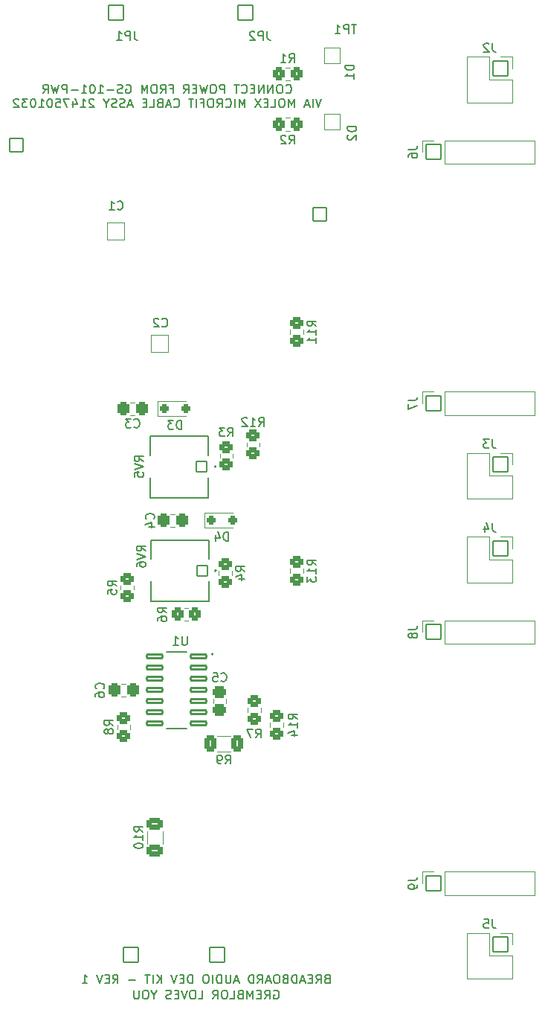
<source format=gbo>
G04 #@! TF.GenerationSoftware,KiCad,Pcbnew,7.0.9*
G04 #@! TF.CreationDate,2023-12-28T16:55:22-08:00*
G04 #@! TF.ProjectId,breadboard audio breakout,62726561-6462-46f6-9172-642061756469,rev?*
G04 #@! TF.SameCoordinates,Original*
G04 #@! TF.FileFunction,Legend,Bot*
G04 #@! TF.FilePolarity,Positive*
%FSLAX46Y46*%
G04 Gerber Fmt 4.6, Leading zero omitted, Abs format (unit mm)*
G04 Created by KiCad (PCBNEW 7.0.9) date 2023-12-28 16:55:22*
%MOMM*%
%LPD*%
G01*
G04 APERTURE LIST*
G04 Aperture macros list*
%AMRoundRect*
0 Rectangle with rounded corners*
0 $1 Rounding radius*
0 $2 $3 $4 $5 $6 $7 $8 $9 X,Y pos of 4 corners*
0 Add a 4 corners polygon primitive as box body*
4,1,4,$2,$3,$4,$5,$6,$7,$8,$9,$2,$3,0*
0 Add four circle primitives for the rounded corners*
1,1,$1+$1,$2,$3*
1,1,$1+$1,$4,$5*
1,1,$1+$1,$6,$7*
1,1,$1+$1,$8,$9*
0 Add four rect primitives between the rounded corners*
20,1,$1+$1,$2,$3,$4,$5,0*
20,1,$1+$1,$4,$5,$6,$7,0*
20,1,$1+$1,$6,$7,$8,$9,0*
20,1,$1+$1,$8,$9,$2,$3,0*%
G04 Aperture macros list end*
%ADD10C,0.150000*%
%ADD11C,0.120000*%
%ADD12C,0.127000*%
%ADD13C,0.200000*%
%ADD14O,1.700000X3.800000*%
%ADD15O,3.800000X1.700000*%
%ADD16C,1.370000*%
%ADD17RoundRect,0.050000X0.760000X-0.760000X0.760000X0.760000X-0.760000X0.760000X-0.760000X-0.760000X0*%
%ADD18C,1.620000*%
%ADD19C,1.600000*%
%ADD20RoundRect,0.050000X0.850000X-0.850000X0.850000X0.850000X-0.850000X0.850000X-0.850000X-0.850000X0*%
%ADD21O,1.800000X1.800000*%
%ADD22C,4.100000*%
%ADD23C,1.900000*%
%ADD24RoundRect,0.050000X-0.850000X-0.850000X0.850000X-0.850000X0.850000X0.850000X-0.850000X0.850000X0*%
%ADD25RoundRect,0.050000X-1.000000X-1.000000X1.000000X-1.000000X1.000000X1.000000X-1.000000X1.000000X0*%
%ADD26C,2.100000*%
%ADD27C,0.900000*%
%ADD28C,6.700000*%
%ADD29RoundRect,0.050000X-0.900000X0.900000X-0.900000X-0.900000X0.900000X-0.900000X0.900000X0.900000X0*%
%ADD30RoundRect,0.050000X-0.760000X-0.760000X0.760000X-0.760000X0.760000X0.760000X-0.760000X0.760000X0*%
%ADD31C,2.600000*%
%ADD32RoundRect,0.050000X0.850000X0.850000X-0.850000X0.850000X-0.850000X-0.850000X0.850000X-0.850000X0*%
%ADD33RoundRect,0.300000X-0.450000X0.350000X-0.450000X-0.350000X0.450000X-0.350000X0.450000X0.350000X0*%
%ADD34RoundRect,0.300000X-0.337500X-0.475000X0.337500X-0.475000X0.337500X0.475000X-0.337500X0.475000X0*%
%ADD35RoundRect,0.300000X-0.350000X-0.450000X0.350000X-0.450000X0.350000X0.450000X-0.350000X0.450000X0*%
%ADD36RoundRect,0.300000X-0.250000X-0.250000X0.250000X-0.250000X0.250000X0.250000X-0.250000X0.250000X0*%
%ADD37RoundRect,0.300000X0.450000X-0.350000X0.450000X0.350000X-0.450000X0.350000X-0.450000X-0.350000X0*%
%ADD38RoundRect,0.050000X-0.850000X0.850000X-0.850000X-0.850000X0.850000X-0.850000X0.850000X0.850000X0*%
%ADD39RoundRect,0.300000X-0.400000X-0.625000X0.400000X-0.625000X0.400000X0.625000X-0.400000X0.625000X0*%
%ADD40RoundRect,0.300000X0.350000X0.450000X-0.350000X0.450000X-0.350000X-0.450000X0.350000X-0.450000X0*%
%ADD41RoundRect,0.102000X0.611000X0.611000X-0.611000X0.611000X-0.611000X-0.611000X0.611000X-0.611000X0*%
%ADD42C,1.426000*%
%ADD43RoundRect,0.300000X-0.475000X0.337500X-0.475000X-0.337500X0.475000X-0.337500X0.475000X0.337500X0*%
%ADD44RoundRect,0.300000X-0.625000X0.400000X-0.625000X-0.400000X0.625000X-0.400000X0.625000X0.400000X0*%
%ADD45RoundRect,0.140000X0.895000X0.210000X-0.895000X0.210000X-0.895000X-0.210000X0.895000X-0.210000X0*%
G04 APERTURE END LIST*
D10*
X105471809Y-58863580D02*
X105519428Y-58911200D01*
X105519428Y-58911200D02*
X105662285Y-58958819D01*
X105662285Y-58958819D02*
X105757523Y-58958819D01*
X105757523Y-58958819D02*
X105900380Y-58911200D01*
X105900380Y-58911200D02*
X105995618Y-58815961D01*
X105995618Y-58815961D02*
X106043237Y-58720723D01*
X106043237Y-58720723D02*
X106090856Y-58530247D01*
X106090856Y-58530247D02*
X106090856Y-58387390D01*
X106090856Y-58387390D02*
X106043237Y-58196914D01*
X106043237Y-58196914D02*
X105995618Y-58101676D01*
X105995618Y-58101676D02*
X105900380Y-58006438D01*
X105900380Y-58006438D02*
X105757523Y-57958819D01*
X105757523Y-57958819D02*
X105662285Y-57958819D01*
X105662285Y-57958819D02*
X105519428Y-58006438D01*
X105519428Y-58006438D02*
X105471809Y-58054057D01*
X104852761Y-57958819D02*
X104662285Y-57958819D01*
X104662285Y-57958819D02*
X104567047Y-58006438D01*
X104567047Y-58006438D02*
X104471809Y-58101676D01*
X104471809Y-58101676D02*
X104424190Y-58292152D01*
X104424190Y-58292152D02*
X104424190Y-58625485D01*
X104424190Y-58625485D02*
X104471809Y-58815961D01*
X104471809Y-58815961D02*
X104567047Y-58911200D01*
X104567047Y-58911200D02*
X104662285Y-58958819D01*
X104662285Y-58958819D02*
X104852761Y-58958819D01*
X104852761Y-58958819D02*
X104947999Y-58911200D01*
X104947999Y-58911200D02*
X105043237Y-58815961D01*
X105043237Y-58815961D02*
X105090856Y-58625485D01*
X105090856Y-58625485D02*
X105090856Y-58292152D01*
X105090856Y-58292152D02*
X105043237Y-58101676D01*
X105043237Y-58101676D02*
X104947999Y-58006438D01*
X104947999Y-58006438D02*
X104852761Y-57958819D01*
X103995618Y-58958819D02*
X103995618Y-57958819D01*
X103995618Y-57958819D02*
X103424190Y-58958819D01*
X103424190Y-58958819D02*
X103424190Y-57958819D01*
X102947999Y-58958819D02*
X102947999Y-57958819D01*
X102947999Y-57958819D02*
X102376571Y-58958819D01*
X102376571Y-58958819D02*
X102376571Y-57958819D01*
X101900380Y-58435009D02*
X101567047Y-58435009D01*
X101424190Y-58958819D02*
X101900380Y-58958819D01*
X101900380Y-58958819D02*
X101900380Y-57958819D01*
X101900380Y-57958819D02*
X101424190Y-57958819D01*
X100424190Y-58863580D02*
X100471809Y-58911200D01*
X100471809Y-58911200D02*
X100614666Y-58958819D01*
X100614666Y-58958819D02*
X100709904Y-58958819D01*
X100709904Y-58958819D02*
X100852761Y-58911200D01*
X100852761Y-58911200D02*
X100947999Y-58815961D01*
X100947999Y-58815961D02*
X100995618Y-58720723D01*
X100995618Y-58720723D02*
X101043237Y-58530247D01*
X101043237Y-58530247D02*
X101043237Y-58387390D01*
X101043237Y-58387390D02*
X100995618Y-58196914D01*
X100995618Y-58196914D02*
X100947999Y-58101676D01*
X100947999Y-58101676D02*
X100852761Y-58006438D01*
X100852761Y-58006438D02*
X100709904Y-57958819D01*
X100709904Y-57958819D02*
X100614666Y-57958819D01*
X100614666Y-57958819D02*
X100471809Y-58006438D01*
X100471809Y-58006438D02*
X100424190Y-58054057D01*
X100138475Y-57958819D02*
X99567047Y-57958819D01*
X99852761Y-58958819D02*
X99852761Y-57958819D01*
X98471808Y-58958819D02*
X98471808Y-57958819D01*
X98471808Y-57958819D02*
X98090856Y-57958819D01*
X98090856Y-57958819D02*
X97995618Y-58006438D01*
X97995618Y-58006438D02*
X97947999Y-58054057D01*
X97947999Y-58054057D02*
X97900380Y-58149295D01*
X97900380Y-58149295D02*
X97900380Y-58292152D01*
X97900380Y-58292152D02*
X97947999Y-58387390D01*
X97947999Y-58387390D02*
X97995618Y-58435009D01*
X97995618Y-58435009D02*
X98090856Y-58482628D01*
X98090856Y-58482628D02*
X98471808Y-58482628D01*
X97281332Y-57958819D02*
X97090856Y-57958819D01*
X97090856Y-57958819D02*
X96995618Y-58006438D01*
X96995618Y-58006438D02*
X96900380Y-58101676D01*
X96900380Y-58101676D02*
X96852761Y-58292152D01*
X96852761Y-58292152D02*
X96852761Y-58625485D01*
X96852761Y-58625485D02*
X96900380Y-58815961D01*
X96900380Y-58815961D02*
X96995618Y-58911200D01*
X96995618Y-58911200D02*
X97090856Y-58958819D01*
X97090856Y-58958819D02*
X97281332Y-58958819D01*
X97281332Y-58958819D02*
X97376570Y-58911200D01*
X97376570Y-58911200D02*
X97471808Y-58815961D01*
X97471808Y-58815961D02*
X97519427Y-58625485D01*
X97519427Y-58625485D02*
X97519427Y-58292152D01*
X97519427Y-58292152D02*
X97471808Y-58101676D01*
X97471808Y-58101676D02*
X97376570Y-58006438D01*
X97376570Y-58006438D02*
X97281332Y-57958819D01*
X96519427Y-57958819D02*
X96281332Y-58958819D01*
X96281332Y-58958819D02*
X96090856Y-58244533D01*
X96090856Y-58244533D02*
X95900380Y-58958819D01*
X95900380Y-58958819D02*
X95662285Y-57958819D01*
X95281332Y-58435009D02*
X94947999Y-58435009D01*
X94805142Y-58958819D02*
X95281332Y-58958819D01*
X95281332Y-58958819D02*
X95281332Y-57958819D01*
X95281332Y-57958819D02*
X94805142Y-57958819D01*
X93805142Y-58958819D02*
X94138475Y-58482628D01*
X94376570Y-58958819D02*
X94376570Y-57958819D01*
X94376570Y-57958819D02*
X93995618Y-57958819D01*
X93995618Y-57958819D02*
X93900380Y-58006438D01*
X93900380Y-58006438D02*
X93852761Y-58054057D01*
X93852761Y-58054057D02*
X93805142Y-58149295D01*
X93805142Y-58149295D02*
X93805142Y-58292152D01*
X93805142Y-58292152D02*
X93852761Y-58387390D01*
X93852761Y-58387390D02*
X93900380Y-58435009D01*
X93900380Y-58435009D02*
X93995618Y-58482628D01*
X93995618Y-58482628D02*
X94376570Y-58482628D01*
X92281332Y-58435009D02*
X92614665Y-58435009D01*
X92614665Y-58958819D02*
X92614665Y-57958819D01*
X92614665Y-57958819D02*
X92138475Y-57958819D01*
X91186094Y-58958819D02*
X91519427Y-58482628D01*
X91757522Y-58958819D02*
X91757522Y-57958819D01*
X91757522Y-57958819D02*
X91376570Y-57958819D01*
X91376570Y-57958819D02*
X91281332Y-58006438D01*
X91281332Y-58006438D02*
X91233713Y-58054057D01*
X91233713Y-58054057D02*
X91186094Y-58149295D01*
X91186094Y-58149295D02*
X91186094Y-58292152D01*
X91186094Y-58292152D02*
X91233713Y-58387390D01*
X91233713Y-58387390D02*
X91281332Y-58435009D01*
X91281332Y-58435009D02*
X91376570Y-58482628D01*
X91376570Y-58482628D02*
X91757522Y-58482628D01*
X90567046Y-57958819D02*
X90376570Y-57958819D01*
X90376570Y-57958819D02*
X90281332Y-58006438D01*
X90281332Y-58006438D02*
X90186094Y-58101676D01*
X90186094Y-58101676D02*
X90138475Y-58292152D01*
X90138475Y-58292152D02*
X90138475Y-58625485D01*
X90138475Y-58625485D02*
X90186094Y-58815961D01*
X90186094Y-58815961D02*
X90281332Y-58911200D01*
X90281332Y-58911200D02*
X90376570Y-58958819D01*
X90376570Y-58958819D02*
X90567046Y-58958819D01*
X90567046Y-58958819D02*
X90662284Y-58911200D01*
X90662284Y-58911200D02*
X90757522Y-58815961D01*
X90757522Y-58815961D02*
X90805141Y-58625485D01*
X90805141Y-58625485D02*
X90805141Y-58292152D01*
X90805141Y-58292152D02*
X90757522Y-58101676D01*
X90757522Y-58101676D02*
X90662284Y-58006438D01*
X90662284Y-58006438D02*
X90567046Y-57958819D01*
X89709903Y-58958819D02*
X89709903Y-57958819D01*
X89709903Y-57958819D02*
X89376570Y-58673104D01*
X89376570Y-58673104D02*
X89043237Y-57958819D01*
X89043237Y-57958819D02*
X89043237Y-58958819D01*
X87281332Y-58006438D02*
X87376570Y-57958819D01*
X87376570Y-57958819D02*
X87519427Y-57958819D01*
X87519427Y-57958819D02*
X87662284Y-58006438D01*
X87662284Y-58006438D02*
X87757522Y-58101676D01*
X87757522Y-58101676D02*
X87805141Y-58196914D01*
X87805141Y-58196914D02*
X87852760Y-58387390D01*
X87852760Y-58387390D02*
X87852760Y-58530247D01*
X87852760Y-58530247D02*
X87805141Y-58720723D01*
X87805141Y-58720723D02*
X87757522Y-58815961D01*
X87757522Y-58815961D02*
X87662284Y-58911200D01*
X87662284Y-58911200D02*
X87519427Y-58958819D01*
X87519427Y-58958819D02*
X87424189Y-58958819D01*
X87424189Y-58958819D02*
X87281332Y-58911200D01*
X87281332Y-58911200D02*
X87233713Y-58863580D01*
X87233713Y-58863580D02*
X87233713Y-58530247D01*
X87233713Y-58530247D02*
X87424189Y-58530247D01*
X86852760Y-58911200D02*
X86709903Y-58958819D01*
X86709903Y-58958819D02*
X86471808Y-58958819D01*
X86471808Y-58958819D02*
X86376570Y-58911200D01*
X86376570Y-58911200D02*
X86328951Y-58863580D01*
X86328951Y-58863580D02*
X86281332Y-58768342D01*
X86281332Y-58768342D02*
X86281332Y-58673104D01*
X86281332Y-58673104D02*
X86328951Y-58577866D01*
X86328951Y-58577866D02*
X86376570Y-58530247D01*
X86376570Y-58530247D02*
X86471808Y-58482628D01*
X86471808Y-58482628D02*
X86662284Y-58435009D01*
X86662284Y-58435009D02*
X86757522Y-58387390D01*
X86757522Y-58387390D02*
X86805141Y-58339771D01*
X86805141Y-58339771D02*
X86852760Y-58244533D01*
X86852760Y-58244533D02*
X86852760Y-58149295D01*
X86852760Y-58149295D02*
X86805141Y-58054057D01*
X86805141Y-58054057D02*
X86757522Y-58006438D01*
X86757522Y-58006438D02*
X86662284Y-57958819D01*
X86662284Y-57958819D02*
X86424189Y-57958819D01*
X86424189Y-57958819D02*
X86281332Y-58006438D01*
X85852760Y-58577866D02*
X85090856Y-58577866D01*
X84090856Y-58958819D02*
X84662284Y-58958819D01*
X84376570Y-58958819D02*
X84376570Y-57958819D01*
X84376570Y-57958819D02*
X84471808Y-58101676D01*
X84471808Y-58101676D02*
X84567046Y-58196914D01*
X84567046Y-58196914D02*
X84662284Y-58244533D01*
X83471808Y-57958819D02*
X83376570Y-57958819D01*
X83376570Y-57958819D02*
X83281332Y-58006438D01*
X83281332Y-58006438D02*
X83233713Y-58054057D01*
X83233713Y-58054057D02*
X83186094Y-58149295D01*
X83186094Y-58149295D02*
X83138475Y-58339771D01*
X83138475Y-58339771D02*
X83138475Y-58577866D01*
X83138475Y-58577866D02*
X83186094Y-58768342D01*
X83186094Y-58768342D02*
X83233713Y-58863580D01*
X83233713Y-58863580D02*
X83281332Y-58911200D01*
X83281332Y-58911200D02*
X83376570Y-58958819D01*
X83376570Y-58958819D02*
X83471808Y-58958819D01*
X83471808Y-58958819D02*
X83567046Y-58911200D01*
X83567046Y-58911200D02*
X83614665Y-58863580D01*
X83614665Y-58863580D02*
X83662284Y-58768342D01*
X83662284Y-58768342D02*
X83709903Y-58577866D01*
X83709903Y-58577866D02*
X83709903Y-58339771D01*
X83709903Y-58339771D02*
X83662284Y-58149295D01*
X83662284Y-58149295D02*
X83614665Y-58054057D01*
X83614665Y-58054057D02*
X83567046Y-58006438D01*
X83567046Y-58006438D02*
X83471808Y-57958819D01*
X82186094Y-58958819D02*
X82757522Y-58958819D01*
X82471808Y-58958819D02*
X82471808Y-57958819D01*
X82471808Y-57958819D02*
X82567046Y-58101676D01*
X82567046Y-58101676D02*
X82662284Y-58196914D01*
X82662284Y-58196914D02*
X82757522Y-58244533D01*
X81757522Y-58577866D02*
X80995618Y-58577866D01*
X80519427Y-58958819D02*
X80519427Y-57958819D01*
X80519427Y-57958819D02*
X80138475Y-57958819D01*
X80138475Y-57958819D02*
X80043237Y-58006438D01*
X80043237Y-58006438D02*
X79995618Y-58054057D01*
X79995618Y-58054057D02*
X79947999Y-58149295D01*
X79947999Y-58149295D02*
X79947999Y-58292152D01*
X79947999Y-58292152D02*
X79995618Y-58387390D01*
X79995618Y-58387390D02*
X80043237Y-58435009D01*
X80043237Y-58435009D02*
X80138475Y-58482628D01*
X80138475Y-58482628D02*
X80519427Y-58482628D01*
X79614665Y-57958819D02*
X79376570Y-58958819D01*
X79376570Y-58958819D02*
X79186094Y-58244533D01*
X79186094Y-58244533D02*
X78995618Y-58958819D01*
X78995618Y-58958819D02*
X78757523Y-57958819D01*
X77805142Y-58958819D02*
X78138475Y-58482628D01*
X78376570Y-58958819D02*
X78376570Y-57958819D01*
X78376570Y-57958819D02*
X77995618Y-57958819D01*
X77995618Y-57958819D02*
X77900380Y-58006438D01*
X77900380Y-58006438D02*
X77852761Y-58054057D01*
X77852761Y-58054057D02*
X77805142Y-58149295D01*
X77805142Y-58149295D02*
X77805142Y-58292152D01*
X77805142Y-58292152D02*
X77852761Y-58387390D01*
X77852761Y-58387390D02*
X77900380Y-58435009D01*
X77900380Y-58435009D02*
X77995618Y-58482628D01*
X77995618Y-58482628D02*
X78376570Y-58482628D01*
X109519428Y-59568819D02*
X109186095Y-60568819D01*
X109186095Y-60568819D02*
X108852762Y-59568819D01*
X108519428Y-60568819D02*
X108519428Y-59568819D01*
X108090857Y-60283104D02*
X107614667Y-60283104D01*
X108186095Y-60568819D02*
X107852762Y-59568819D01*
X107852762Y-59568819D02*
X107519429Y-60568819D01*
X106424190Y-60568819D02*
X106424190Y-59568819D01*
X106424190Y-59568819D02*
X106090857Y-60283104D01*
X106090857Y-60283104D02*
X105757524Y-59568819D01*
X105757524Y-59568819D02*
X105757524Y-60568819D01*
X105090857Y-59568819D02*
X104900381Y-59568819D01*
X104900381Y-59568819D02*
X104805143Y-59616438D01*
X104805143Y-59616438D02*
X104709905Y-59711676D01*
X104709905Y-59711676D02*
X104662286Y-59902152D01*
X104662286Y-59902152D02*
X104662286Y-60235485D01*
X104662286Y-60235485D02*
X104709905Y-60425961D01*
X104709905Y-60425961D02*
X104805143Y-60521200D01*
X104805143Y-60521200D02*
X104900381Y-60568819D01*
X104900381Y-60568819D02*
X105090857Y-60568819D01*
X105090857Y-60568819D02*
X105186095Y-60521200D01*
X105186095Y-60521200D02*
X105281333Y-60425961D01*
X105281333Y-60425961D02*
X105328952Y-60235485D01*
X105328952Y-60235485D02*
X105328952Y-59902152D01*
X105328952Y-59902152D02*
X105281333Y-59711676D01*
X105281333Y-59711676D02*
X105186095Y-59616438D01*
X105186095Y-59616438D02*
X105090857Y-59568819D01*
X103757524Y-60568819D02*
X104233714Y-60568819D01*
X104233714Y-60568819D02*
X104233714Y-59568819D01*
X103424190Y-60045009D02*
X103090857Y-60045009D01*
X102948000Y-60568819D02*
X103424190Y-60568819D01*
X103424190Y-60568819D02*
X103424190Y-59568819D01*
X103424190Y-59568819D02*
X102948000Y-59568819D01*
X102614666Y-59568819D02*
X101948000Y-60568819D01*
X101948000Y-59568819D02*
X102614666Y-60568819D01*
X100805142Y-60568819D02*
X100805142Y-59568819D01*
X100805142Y-59568819D02*
X100471809Y-60283104D01*
X100471809Y-60283104D02*
X100138476Y-59568819D01*
X100138476Y-59568819D02*
X100138476Y-60568819D01*
X99662285Y-60568819D02*
X99662285Y-59568819D01*
X98614667Y-60473580D02*
X98662286Y-60521200D01*
X98662286Y-60521200D02*
X98805143Y-60568819D01*
X98805143Y-60568819D02*
X98900381Y-60568819D01*
X98900381Y-60568819D02*
X99043238Y-60521200D01*
X99043238Y-60521200D02*
X99138476Y-60425961D01*
X99138476Y-60425961D02*
X99186095Y-60330723D01*
X99186095Y-60330723D02*
X99233714Y-60140247D01*
X99233714Y-60140247D02*
X99233714Y-59997390D01*
X99233714Y-59997390D02*
X99186095Y-59806914D01*
X99186095Y-59806914D02*
X99138476Y-59711676D01*
X99138476Y-59711676D02*
X99043238Y-59616438D01*
X99043238Y-59616438D02*
X98900381Y-59568819D01*
X98900381Y-59568819D02*
X98805143Y-59568819D01*
X98805143Y-59568819D02*
X98662286Y-59616438D01*
X98662286Y-59616438D02*
X98614667Y-59664057D01*
X97614667Y-60568819D02*
X97948000Y-60092628D01*
X98186095Y-60568819D02*
X98186095Y-59568819D01*
X98186095Y-59568819D02*
X97805143Y-59568819D01*
X97805143Y-59568819D02*
X97709905Y-59616438D01*
X97709905Y-59616438D02*
X97662286Y-59664057D01*
X97662286Y-59664057D02*
X97614667Y-59759295D01*
X97614667Y-59759295D02*
X97614667Y-59902152D01*
X97614667Y-59902152D02*
X97662286Y-59997390D01*
X97662286Y-59997390D02*
X97709905Y-60045009D01*
X97709905Y-60045009D02*
X97805143Y-60092628D01*
X97805143Y-60092628D02*
X98186095Y-60092628D01*
X96995619Y-59568819D02*
X96805143Y-59568819D01*
X96805143Y-59568819D02*
X96709905Y-59616438D01*
X96709905Y-59616438D02*
X96614667Y-59711676D01*
X96614667Y-59711676D02*
X96567048Y-59902152D01*
X96567048Y-59902152D02*
X96567048Y-60235485D01*
X96567048Y-60235485D02*
X96614667Y-60425961D01*
X96614667Y-60425961D02*
X96709905Y-60521200D01*
X96709905Y-60521200D02*
X96805143Y-60568819D01*
X96805143Y-60568819D02*
X96995619Y-60568819D01*
X96995619Y-60568819D02*
X97090857Y-60521200D01*
X97090857Y-60521200D02*
X97186095Y-60425961D01*
X97186095Y-60425961D02*
X97233714Y-60235485D01*
X97233714Y-60235485D02*
X97233714Y-59902152D01*
X97233714Y-59902152D02*
X97186095Y-59711676D01*
X97186095Y-59711676D02*
X97090857Y-59616438D01*
X97090857Y-59616438D02*
X96995619Y-59568819D01*
X95805143Y-60045009D02*
X96138476Y-60045009D01*
X96138476Y-60568819D02*
X96138476Y-59568819D01*
X96138476Y-59568819D02*
X95662286Y-59568819D01*
X95281333Y-60568819D02*
X95281333Y-59568819D01*
X94948000Y-59568819D02*
X94376572Y-59568819D01*
X94662286Y-60568819D02*
X94662286Y-59568819D01*
X92709905Y-60473580D02*
X92757524Y-60521200D01*
X92757524Y-60521200D02*
X92900381Y-60568819D01*
X92900381Y-60568819D02*
X92995619Y-60568819D01*
X92995619Y-60568819D02*
X93138476Y-60521200D01*
X93138476Y-60521200D02*
X93233714Y-60425961D01*
X93233714Y-60425961D02*
X93281333Y-60330723D01*
X93281333Y-60330723D02*
X93328952Y-60140247D01*
X93328952Y-60140247D02*
X93328952Y-59997390D01*
X93328952Y-59997390D02*
X93281333Y-59806914D01*
X93281333Y-59806914D02*
X93233714Y-59711676D01*
X93233714Y-59711676D02*
X93138476Y-59616438D01*
X93138476Y-59616438D02*
X92995619Y-59568819D01*
X92995619Y-59568819D02*
X92900381Y-59568819D01*
X92900381Y-59568819D02*
X92757524Y-59616438D01*
X92757524Y-59616438D02*
X92709905Y-59664057D01*
X92328952Y-60283104D02*
X91852762Y-60283104D01*
X92424190Y-60568819D02*
X92090857Y-59568819D01*
X92090857Y-59568819D02*
X91757524Y-60568819D01*
X91090857Y-60045009D02*
X90948000Y-60092628D01*
X90948000Y-60092628D02*
X90900381Y-60140247D01*
X90900381Y-60140247D02*
X90852762Y-60235485D01*
X90852762Y-60235485D02*
X90852762Y-60378342D01*
X90852762Y-60378342D02*
X90900381Y-60473580D01*
X90900381Y-60473580D02*
X90948000Y-60521200D01*
X90948000Y-60521200D02*
X91043238Y-60568819D01*
X91043238Y-60568819D02*
X91424190Y-60568819D01*
X91424190Y-60568819D02*
X91424190Y-59568819D01*
X91424190Y-59568819D02*
X91090857Y-59568819D01*
X91090857Y-59568819D02*
X90995619Y-59616438D01*
X90995619Y-59616438D02*
X90948000Y-59664057D01*
X90948000Y-59664057D02*
X90900381Y-59759295D01*
X90900381Y-59759295D02*
X90900381Y-59854533D01*
X90900381Y-59854533D02*
X90948000Y-59949771D01*
X90948000Y-59949771D02*
X90995619Y-59997390D01*
X90995619Y-59997390D02*
X91090857Y-60045009D01*
X91090857Y-60045009D02*
X91424190Y-60045009D01*
X89948000Y-60568819D02*
X90424190Y-60568819D01*
X90424190Y-60568819D02*
X90424190Y-59568819D01*
X89614666Y-60045009D02*
X89281333Y-60045009D01*
X89138476Y-60568819D02*
X89614666Y-60568819D01*
X89614666Y-60568819D02*
X89614666Y-59568819D01*
X89614666Y-59568819D02*
X89138476Y-59568819D01*
X87995618Y-60283104D02*
X87519428Y-60283104D01*
X88090856Y-60568819D02*
X87757523Y-59568819D01*
X87757523Y-59568819D02*
X87424190Y-60568819D01*
X87138475Y-60521200D02*
X86995618Y-60568819D01*
X86995618Y-60568819D02*
X86757523Y-60568819D01*
X86757523Y-60568819D02*
X86662285Y-60521200D01*
X86662285Y-60521200D02*
X86614666Y-60473580D01*
X86614666Y-60473580D02*
X86567047Y-60378342D01*
X86567047Y-60378342D02*
X86567047Y-60283104D01*
X86567047Y-60283104D02*
X86614666Y-60187866D01*
X86614666Y-60187866D02*
X86662285Y-60140247D01*
X86662285Y-60140247D02*
X86757523Y-60092628D01*
X86757523Y-60092628D02*
X86947999Y-60045009D01*
X86947999Y-60045009D02*
X87043237Y-59997390D01*
X87043237Y-59997390D02*
X87090856Y-59949771D01*
X87090856Y-59949771D02*
X87138475Y-59854533D01*
X87138475Y-59854533D02*
X87138475Y-59759295D01*
X87138475Y-59759295D02*
X87090856Y-59664057D01*
X87090856Y-59664057D02*
X87043237Y-59616438D01*
X87043237Y-59616438D02*
X86947999Y-59568819D01*
X86947999Y-59568819D02*
X86709904Y-59568819D01*
X86709904Y-59568819D02*
X86567047Y-59616438D01*
X86186094Y-60521200D02*
X86043237Y-60568819D01*
X86043237Y-60568819D02*
X85805142Y-60568819D01*
X85805142Y-60568819D02*
X85709904Y-60521200D01*
X85709904Y-60521200D02*
X85662285Y-60473580D01*
X85662285Y-60473580D02*
X85614666Y-60378342D01*
X85614666Y-60378342D02*
X85614666Y-60283104D01*
X85614666Y-60283104D02*
X85662285Y-60187866D01*
X85662285Y-60187866D02*
X85709904Y-60140247D01*
X85709904Y-60140247D02*
X85805142Y-60092628D01*
X85805142Y-60092628D02*
X85995618Y-60045009D01*
X85995618Y-60045009D02*
X86090856Y-59997390D01*
X86090856Y-59997390D02*
X86138475Y-59949771D01*
X86138475Y-59949771D02*
X86186094Y-59854533D01*
X86186094Y-59854533D02*
X86186094Y-59759295D01*
X86186094Y-59759295D02*
X86138475Y-59664057D01*
X86138475Y-59664057D02*
X86090856Y-59616438D01*
X86090856Y-59616438D02*
X85995618Y-59568819D01*
X85995618Y-59568819D02*
X85757523Y-59568819D01*
X85757523Y-59568819D02*
X85614666Y-59616438D01*
X84995618Y-60092628D02*
X84995618Y-60568819D01*
X85328951Y-59568819D02*
X84995618Y-60092628D01*
X84995618Y-60092628D02*
X84662285Y-59568819D01*
X83614665Y-59664057D02*
X83567046Y-59616438D01*
X83567046Y-59616438D02*
X83471808Y-59568819D01*
X83471808Y-59568819D02*
X83233713Y-59568819D01*
X83233713Y-59568819D02*
X83138475Y-59616438D01*
X83138475Y-59616438D02*
X83090856Y-59664057D01*
X83090856Y-59664057D02*
X83043237Y-59759295D01*
X83043237Y-59759295D02*
X83043237Y-59854533D01*
X83043237Y-59854533D02*
X83090856Y-59997390D01*
X83090856Y-59997390D02*
X83662284Y-60568819D01*
X83662284Y-60568819D02*
X83043237Y-60568819D01*
X82090856Y-60568819D02*
X82662284Y-60568819D01*
X82376570Y-60568819D02*
X82376570Y-59568819D01*
X82376570Y-59568819D02*
X82471808Y-59711676D01*
X82471808Y-59711676D02*
X82567046Y-59806914D01*
X82567046Y-59806914D02*
X82662284Y-59854533D01*
X81233713Y-59902152D02*
X81233713Y-60568819D01*
X81471808Y-59521200D02*
X81709903Y-60235485D01*
X81709903Y-60235485D02*
X81090856Y-60235485D01*
X80805141Y-59568819D02*
X80138475Y-59568819D01*
X80138475Y-59568819D02*
X80567046Y-60568819D01*
X79281332Y-59568819D02*
X79757522Y-59568819D01*
X79757522Y-59568819D02*
X79805141Y-60045009D01*
X79805141Y-60045009D02*
X79757522Y-59997390D01*
X79757522Y-59997390D02*
X79662284Y-59949771D01*
X79662284Y-59949771D02*
X79424189Y-59949771D01*
X79424189Y-59949771D02*
X79328951Y-59997390D01*
X79328951Y-59997390D02*
X79281332Y-60045009D01*
X79281332Y-60045009D02*
X79233713Y-60140247D01*
X79233713Y-60140247D02*
X79233713Y-60378342D01*
X79233713Y-60378342D02*
X79281332Y-60473580D01*
X79281332Y-60473580D02*
X79328951Y-60521200D01*
X79328951Y-60521200D02*
X79424189Y-60568819D01*
X79424189Y-60568819D02*
X79662284Y-60568819D01*
X79662284Y-60568819D02*
X79757522Y-60521200D01*
X79757522Y-60521200D02*
X79805141Y-60473580D01*
X78614665Y-59568819D02*
X78519427Y-59568819D01*
X78519427Y-59568819D02*
X78424189Y-59616438D01*
X78424189Y-59616438D02*
X78376570Y-59664057D01*
X78376570Y-59664057D02*
X78328951Y-59759295D01*
X78328951Y-59759295D02*
X78281332Y-59949771D01*
X78281332Y-59949771D02*
X78281332Y-60187866D01*
X78281332Y-60187866D02*
X78328951Y-60378342D01*
X78328951Y-60378342D02*
X78376570Y-60473580D01*
X78376570Y-60473580D02*
X78424189Y-60521200D01*
X78424189Y-60521200D02*
X78519427Y-60568819D01*
X78519427Y-60568819D02*
X78614665Y-60568819D01*
X78614665Y-60568819D02*
X78709903Y-60521200D01*
X78709903Y-60521200D02*
X78757522Y-60473580D01*
X78757522Y-60473580D02*
X78805141Y-60378342D01*
X78805141Y-60378342D02*
X78852760Y-60187866D01*
X78852760Y-60187866D02*
X78852760Y-59949771D01*
X78852760Y-59949771D02*
X78805141Y-59759295D01*
X78805141Y-59759295D02*
X78757522Y-59664057D01*
X78757522Y-59664057D02*
X78709903Y-59616438D01*
X78709903Y-59616438D02*
X78614665Y-59568819D01*
X77328951Y-60568819D02*
X77900379Y-60568819D01*
X77614665Y-60568819D02*
X77614665Y-59568819D01*
X77614665Y-59568819D02*
X77709903Y-59711676D01*
X77709903Y-59711676D02*
X77805141Y-59806914D01*
X77805141Y-59806914D02*
X77900379Y-59854533D01*
X76709903Y-59568819D02*
X76614665Y-59568819D01*
X76614665Y-59568819D02*
X76519427Y-59616438D01*
X76519427Y-59616438D02*
X76471808Y-59664057D01*
X76471808Y-59664057D02*
X76424189Y-59759295D01*
X76424189Y-59759295D02*
X76376570Y-59949771D01*
X76376570Y-59949771D02*
X76376570Y-60187866D01*
X76376570Y-60187866D02*
X76424189Y-60378342D01*
X76424189Y-60378342D02*
X76471808Y-60473580D01*
X76471808Y-60473580D02*
X76519427Y-60521200D01*
X76519427Y-60521200D02*
X76614665Y-60568819D01*
X76614665Y-60568819D02*
X76709903Y-60568819D01*
X76709903Y-60568819D02*
X76805141Y-60521200D01*
X76805141Y-60521200D02*
X76852760Y-60473580D01*
X76852760Y-60473580D02*
X76900379Y-60378342D01*
X76900379Y-60378342D02*
X76947998Y-60187866D01*
X76947998Y-60187866D02*
X76947998Y-59949771D01*
X76947998Y-59949771D02*
X76900379Y-59759295D01*
X76900379Y-59759295D02*
X76852760Y-59664057D01*
X76852760Y-59664057D02*
X76805141Y-59616438D01*
X76805141Y-59616438D02*
X76709903Y-59568819D01*
X76043236Y-59568819D02*
X75424189Y-59568819D01*
X75424189Y-59568819D02*
X75757522Y-59949771D01*
X75757522Y-59949771D02*
X75614665Y-59949771D01*
X75614665Y-59949771D02*
X75519427Y-59997390D01*
X75519427Y-59997390D02*
X75471808Y-60045009D01*
X75471808Y-60045009D02*
X75424189Y-60140247D01*
X75424189Y-60140247D02*
X75424189Y-60378342D01*
X75424189Y-60378342D02*
X75471808Y-60473580D01*
X75471808Y-60473580D02*
X75519427Y-60521200D01*
X75519427Y-60521200D02*
X75614665Y-60568819D01*
X75614665Y-60568819D02*
X75900379Y-60568819D01*
X75900379Y-60568819D02*
X75995617Y-60521200D01*
X75995617Y-60521200D02*
X76043236Y-60473580D01*
X75043236Y-59664057D02*
X74995617Y-59616438D01*
X74995617Y-59616438D02*
X74900379Y-59568819D01*
X74900379Y-59568819D02*
X74662284Y-59568819D01*
X74662284Y-59568819D02*
X74567046Y-59616438D01*
X74567046Y-59616438D02*
X74519427Y-59664057D01*
X74519427Y-59664057D02*
X74471808Y-59759295D01*
X74471808Y-59759295D02*
X74471808Y-59854533D01*
X74471808Y-59854533D02*
X74519427Y-59997390D01*
X74519427Y-59997390D02*
X75090855Y-60568819D01*
X75090855Y-60568819D02*
X74471808Y-60568819D01*
X104107286Y-161046438D02*
X104202524Y-160998819D01*
X104202524Y-160998819D02*
X104345381Y-160998819D01*
X104345381Y-160998819D02*
X104488238Y-161046438D01*
X104488238Y-161046438D02*
X104583476Y-161141676D01*
X104583476Y-161141676D02*
X104631095Y-161236914D01*
X104631095Y-161236914D02*
X104678714Y-161427390D01*
X104678714Y-161427390D02*
X104678714Y-161570247D01*
X104678714Y-161570247D02*
X104631095Y-161760723D01*
X104631095Y-161760723D02*
X104583476Y-161855961D01*
X104583476Y-161855961D02*
X104488238Y-161951200D01*
X104488238Y-161951200D02*
X104345381Y-161998819D01*
X104345381Y-161998819D02*
X104250143Y-161998819D01*
X104250143Y-161998819D02*
X104107286Y-161951200D01*
X104107286Y-161951200D02*
X104059667Y-161903580D01*
X104059667Y-161903580D02*
X104059667Y-161570247D01*
X104059667Y-161570247D02*
X104250143Y-161570247D01*
X103059667Y-161998819D02*
X103393000Y-161522628D01*
X103631095Y-161998819D02*
X103631095Y-160998819D01*
X103631095Y-160998819D02*
X103250143Y-160998819D01*
X103250143Y-160998819D02*
X103154905Y-161046438D01*
X103154905Y-161046438D02*
X103107286Y-161094057D01*
X103107286Y-161094057D02*
X103059667Y-161189295D01*
X103059667Y-161189295D02*
X103059667Y-161332152D01*
X103059667Y-161332152D02*
X103107286Y-161427390D01*
X103107286Y-161427390D02*
X103154905Y-161475009D01*
X103154905Y-161475009D02*
X103250143Y-161522628D01*
X103250143Y-161522628D02*
X103631095Y-161522628D01*
X102631095Y-161475009D02*
X102297762Y-161475009D01*
X102154905Y-161998819D02*
X102631095Y-161998819D01*
X102631095Y-161998819D02*
X102631095Y-160998819D01*
X102631095Y-160998819D02*
X102154905Y-160998819D01*
X101726333Y-161998819D02*
X101726333Y-160998819D01*
X101726333Y-160998819D02*
X101393000Y-161713104D01*
X101393000Y-161713104D02*
X101059667Y-160998819D01*
X101059667Y-160998819D02*
X101059667Y-161998819D01*
X100250143Y-161475009D02*
X100107286Y-161522628D01*
X100107286Y-161522628D02*
X100059667Y-161570247D01*
X100059667Y-161570247D02*
X100012048Y-161665485D01*
X100012048Y-161665485D02*
X100012048Y-161808342D01*
X100012048Y-161808342D02*
X100059667Y-161903580D01*
X100059667Y-161903580D02*
X100107286Y-161951200D01*
X100107286Y-161951200D02*
X100202524Y-161998819D01*
X100202524Y-161998819D02*
X100583476Y-161998819D01*
X100583476Y-161998819D02*
X100583476Y-160998819D01*
X100583476Y-160998819D02*
X100250143Y-160998819D01*
X100250143Y-160998819D02*
X100154905Y-161046438D01*
X100154905Y-161046438D02*
X100107286Y-161094057D01*
X100107286Y-161094057D02*
X100059667Y-161189295D01*
X100059667Y-161189295D02*
X100059667Y-161284533D01*
X100059667Y-161284533D02*
X100107286Y-161379771D01*
X100107286Y-161379771D02*
X100154905Y-161427390D01*
X100154905Y-161427390D02*
X100250143Y-161475009D01*
X100250143Y-161475009D02*
X100583476Y-161475009D01*
X99107286Y-161998819D02*
X99583476Y-161998819D01*
X99583476Y-161998819D02*
X99583476Y-160998819D01*
X98583476Y-160998819D02*
X98393000Y-160998819D01*
X98393000Y-160998819D02*
X98297762Y-161046438D01*
X98297762Y-161046438D02*
X98202524Y-161141676D01*
X98202524Y-161141676D02*
X98154905Y-161332152D01*
X98154905Y-161332152D02*
X98154905Y-161665485D01*
X98154905Y-161665485D02*
X98202524Y-161855961D01*
X98202524Y-161855961D02*
X98297762Y-161951200D01*
X98297762Y-161951200D02*
X98393000Y-161998819D01*
X98393000Y-161998819D02*
X98583476Y-161998819D01*
X98583476Y-161998819D02*
X98678714Y-161951200D01*
X98678714Y-161951200D02*
X98773952Y-161855961D01*
X98773952Y-161855961D02*
X98821571Y-161665485D01*
X98821571Y-161665485D02*
X98821571Y-161332152D01*
X98821571Y-161332152D02*
X98773952Y-161141676D01*
X98773952Y-161141676D02*
X98678714Y-161046438D01*
X98678714Y-161046438D02*
X98583476Y-160998819D01*
X97154905Y-161998819D02*
X97488238Y-161522628D01*
X97726333Y-161998819D02*
X97726333Y-160998819D01*
X97726333Y-160998819D02*
X97345381Y-160998819D01*
X97345381Y-160998819D02*
X97250143Y-161046438D01*
X97250143Y-161046438D02*
X97202524Y-161094057D01*
X97202524Y-161094057D02*
X97154905Y-161189295D01*
X97154905Y-161189295D02*
X97154905Y-161332152D01*
X97154905Y-161332152D02*
X97202524Y-161427390D01*
X97202524Y-161427390D02*
X97250143Y-161475009D01*
X97250143Y-161475009D02*
X97345381Y-161522628D01*
X97345381Y-161522628D02*
X97726333Y-161522628D01*
X95488238Y-161998819D02*
X95964428Y-161998819D01*
X95964428Y-161998819D02*
X95964428Y-160998819D01*
X94964428Y-160998819D02*
X94773952Y-160998819D01*
X94773952Y-160998819D02*
X94678714Y-161046438D01*
X94678714Y-161046438D02*
X94583476Y-161141676D01*
X94583476Y-161141676D02*
X94535857Y-161332152D01*
X94535857Y-161332152D02*
X94535857Y-161665485D01*
X94535857Y-161665485D02*
X94583476Y-161855961D01*
X94583476Y-161855961D02*
X94678714Y-161951200D01*
X94678714Y-161951200D02*
X94773952Y-161998819D01*
X94773952Y-161998819D02*
X94964428Y-161998819D01*
X94964428Y-161998819D02*
X95059666Y-161951200D01*
X95059666Y-161951200D02*
X95154904Y-161855961D01*
X95154904Y-161855961D02*
X95202523Y-161665485D01*
X95202523Y-161665485D02*
X95202523Y-161332152D01*
X95202523Y-161332152D02*
X95154904Y-161141676D01*
X95154904Y-161141676D02*
X95059666Y-161046438D01*
X95059666Y-161046438D02*
X94964428Y-160998819D01*
X94250142Y-160998819D02*
X93916809Y-161998819D01*
X93916809Y-161998819D02*
X93583476Y-160998819D01*
X93250142Y-161475009D02*
X92916809Y-161475009D01*
X92773952Y-161998819D02*
X93250142Y-161998819D01*
X93250142Y-161998819D02*
X93250142Y-160998819D01*
X93250142Y-160998819D02*
X92773952Y-160998819D01*
X92392999Y-161951200D02*
X92250142Y-161998819D01*
X92250142Y-161998819D02*
X92012047Y-161998819D01*
X92012047Y-161998819D02*
X91916809Y-161951200D01*
X91916809Y-161951200D02*
X91869190Y-161903580D01*
X91869190Y-161903580D02*
X91821571Y-161808342D01*
X91821571Y-161808342D02*
X91821571Y-161713104D01*
X91821571Y-161713104D02*
X91869190Y-161617866D01*
X91869190Y-161617866D02*
X91916809Y-161570247D01*
X91916809Y-161570247D02*
X92012047Y-161522628D01*
X92012047Y-161522628D02*
X92202523Y-161475009D01*
X92202523Y-161475009D02*
X92297761Y-161427390D01*
X92297761Y-161427390D02*
X92345380Y-161379771D01*
X92345380Y-161379771D02*
X92392999Y-161284533D01*
X92392999Y-161284533D02*
X92392999Y-161189295D01*
X92392999Y-161189295D02*
X92345380Y-161094057D01*
X92345380Y-161094057D02*
X92297761Y-161046438D01*
X92297761Y-161046438D02*
X92202523Y-160998819D01*
X92202523Y-160998819D02*
X91964428Y-160998819D01*
X91964428Y-160998819D02*
X91821571Y-161046438D01*
X90440618Y-161522628D02*
X90440618Y-161998819D01*
X90773951Y-160998819D02*
X90440618Y-161522628D01*
X90440618Y-161522628D02*
X90107285Y-160998819D01*
X89583475Y-160998819D02*
X89392999Y-160998819D01*
X89392999Y-160998819D02*
X89297761Y-161046438D01*
X89297761Y-161046438D02*
X89202523Y-161141676D01*
X89202523Y-161141676D02*
X89154904Y-161332152D01*
X89154904Y-161332152D02*
X89154904Y-161665485D01*
X89154904Y-161665485D02*
X89202523Y-161855961D01*
X89202523Y-161855961D02*
X89297761Y-161951200D01*
X89297761Y-161951200D02*
X89392999Y-161998819D01*
X89392999Y-161998819D02*
X89583475Y-161998819D01*
X89583475Y-161998819D02*
X89678713Y-161951200D01*
X89678713Y-161951200D02*
X89773951Y-161855961D01*
X89773951Y-161855961D02*
X89821570Y-161665485D01*
X89821570Y-161665485D02*
X89821570Y-161332152D01*
X89821570Y-161332152D02*
X89773951Y-161141676D01*
X89773951Y-161141676D02*
X89678713Y-161046438D01*
X89678713Y-161046438D02*
X89583475Y-160998819D01*
X88726332Y-160998819D02*
X88726332Y-161808342D01*
X88726332Y-161808342D02*
X88678713Y-161903580D01*
X88678713Y-161903580D02*
X88631094Y-161951200D01*
X88631094Y-161951200D02*
X88535856Y-161998819D01*
X88535856Y-161998819D02*
X88345380Y-161998819D01*
X88345380Y-161998819D02*
X88250142Y-161951200D01*
X88250142Y-161951200D02*
X88202523Y-161903580D01*
X88202523Y-161903580D02*
X88154904Y-161808342D01*
X88154904Y-161808342D02*
X88154904Y-160998819D01*
X110131095Y-159697009D02*
X109988238Y-159744628D01*
X109988238Y-159744628D02*
X109940619Y-159792247D01*
X109940619Y-159792247D02*
X109893000Y-159887485D01*
X109893000Y-159887485D02*
X109893000Y-160030342D01*
X109893000Y-160030342D02*
X109940619Y-160125580D01*
X109940619Y-160125580D02*
X109988238Y-160173200D01*
X109988238Y-160173200D02*
X110083476Y-160220819D01*
X110083476Y-160220819D02*
X110464428Y-160220819D01*
X110464428Y-160220819D02*
X110464428Y-159220819D01*
X110464428Y-159220819D02*
X110131095Y-159220819D01*
X110131095Y-159220819D02*
X110035857Y-159268438D01*
X110035857Y-159268438D02*
X109988238Y-159316057D01*
X109988238Y-159316057D02*
X109940619Y-159411295D01*
X109940619Y-159411295D02*
X109940619Y-159506533D01*
X109940619Y-159506533D02*
X109988238Y-159601771D01*
X109988238Y-159601771D02*
X110035857Y-159649390D01*
X110035857Y-159649390D02*
X110131095Y-159697009D01*
X110131095Y-159697009D02*
X110464428Y-159697009D01*
X108893000Y-160220819D02*
X109226333Y-159744628D01*
X109464428Y-160220819D02*
X109464428Y-159220819D01*
X109464428Y-159220819D02*
X109083476Y-159220819D01*
X109083476Y-159220819D02*
X108988238Y-159268438D01*
X108988238Y-159268438D02*
X108940619Y-159316057D01*
X108940619Y-159316057D02*
X108893000Y-159411295D01*
X108893000Y-159411295D02*
X108893000Y-159554152D01*
X108893000Y-159554152D02*
X108940619Y-159649390D01*
X108940619Y-159649390D02*
X108988238Y-159697009D01*
X108988238Y-159697009D02*
X109083476Y-159744628D01*
X109083476Y-159744628D02*
X109464428Y-159744628D01*
X108464428Y-159697009D02*
X108131095Y-159697009D01*
X107988238Y-160220819D02*
X108464428Y-160220819D01*
X108464428Y-160220819D02*
X108464428Y-159220819D01*
X108464428Y-159220819D02*
X107988238Y-159220819D01*
X107607285Y-159935104D02*
X107131095Y-159935104D01*
X107702523Y-160220819D02*
X107369190Y-159220819D01*
X107369190Y-159220819D02*
X107035857Y-160220819D01*
X106702523Y-160220819D02*
X106702523Y-159220819D01*
X106702523Y-159220819D02*
X106464428Y-159220819D01*
X106464428Y-159220819D02*
X106321571Y-159268438D01*
X106321571Y-159268438D02*
X106226333Y-159363676D01*
X106226333Y-159363676D02*
X106178714Y-159458914D01*
X106178714Y-159458914D02*
X106131095Y-159649390D01*
X106131095Y-159649390D02*
X106131095Y-159792247D01*
X106131095Y-159792247D02*
X106178714Y-159982723D01*
X106178714Y-159982723D02*
X106226333Y-160077961D01*
X106226333Y-160077961D02*
X106321571Y-160173200D01*
X106321571Y-160173200D02*
X106464428Y-160220819D01*
X106464428Y-160220819D02*
X106702523Y-160220819D01*
X105369190Y-159697009D02*
X105226333Y-159744628D01*
X105226333Y-159744628D02*
X105178714Y-159792247D01*
X105178714Y-159792247D02*
X105131095Y-159887485D01*
X105131095Y-159887485D02*
X105131095Y-160030342D01*
X105131095Y-160030342D02*
X105178714Y-160125580D01*
X105178714Y-160125580D02*
X105226333Y-160173200D01*
X105226333Y-160173200D02*
X105321571Y-160220819D01*
X105321571Y-160220819D02*
X105702523Y-160220819D01*
X105702523Y-160220819D02*
X105702523Y-159220819D01*
X105702523Y-159220819D02*
X105369190Y-159220819D01*
X105369190Y-159220819D02*
X105273952Y-159268438D01*
X105273952Y-159268438D02*
X105226333Y-159316057D01*
X105226333Y-159316057D02*
X105178714Y-159411295D01*
X105178714Y-159411295D02*
X105178714Y-159506533D01*
X105178714Y-159506533D02*
X105226333Y-159601771D01*
X105226333Y-159601771D02*
X105273952Y-159649390D01*
X105273952Y-159649390D02*
X105369190Y-159697009D01*
X105369190Y-159697009D02*
X105702523Y-159697009D01*
X104512047Y-159220819D02*
X104321571Y-159220819D01*
X104321571Y-159220819D02*
X104226333Y-159268438D01*
X104226333Y-159268438D02*
X104131095Y-159363676D01*
X104131095Y-159363676D02*
X104083476Y-159554152D01*
X104083476Y-159554152D02*
X104083476Y-159887485D01*
X104083476Y-159887485D02*
X104131095Y-160077961D01*
X104131095Y-160077961D02*
X104226333Y-160173200D01*
X104226333Y-160173200D02*
X104321571Y-160220819D01*
X104321571Y-160220819D02*
X104512047Y-160220819D01*
X104512047Y-160220819D02*
X104607285Y-160173200D01*
X104607285Y-160173200D02*
X104702523Y-160077961D01*
X104702523Y-160077961D02*
X104750142Y-159887485D01*
X104750142Y-159887485D02*
X104750142Y-159554152D01*
X104750142Y-159554152D02*
X104702523Y-159363676D01*
X104702523Y-159363676D02*
X104607285Y-159268438D01*
X104607285Y-159268438D02*
X104512047Y-159220819D01*
X103702523Y-159935104D02*
X103226333Y-159935104D01*
X103797761Y-160220819D02*
X103464428Y-159220819D01*
X103464428Y-159220819D02*
X103131095Y-160220819D01*
X102226333Y-160220819D02*
X102559666Y-159744628D01*
X102797761Y-160220819D02*
X102797761Y-159220819D01*
X102797761Y-159220819D02*
X102416809Y-159220819D01*
X102416809Y-159220819D02*
X102321571Y-159268438D01*
X102321571Y-159268438D02*
X102273952Y-159316057D01*
X102273952Y-159316057D02*
X102226333Y-159411295D01*
X102226333Y-159411295D02*
X102226333Y-159554152D01*
X102226333Y-159554152D02*
X102273952Y-159649390D01*
X102273952Y-159649390D02*
X102321571Y-159697009D01*
X102321571Y-159697009D02*
X102416809Y-159744628D01*
X102416809Y-159744628D02*
X102797761Y-159744628D01*
X101797761Y-160220819D02*
X101797761Y-159220819D01*
X101797761Y-159220819D02*
X101559666Y-159220819D01*
X101559666Y-159220819D02*
X101416809Y-159268438D01*
X101416809Y-159268438D02*
X101321571Y-159363676D01*
X101321571Y-159363676D02*
X101273952Y-159458914D01*
X101273952Y-159458914D02*
X101226333Y-159649390D01*
X101226333Y-159649390D02*
X101226333Y-159792247D01*
X101226333Y-159792247D02*
X101273952Y-159982723D01*
X101273952Y-159982723D02*
X101321571Y-160077961D01*
X101321571Y-160077961D02*
X101416809Y-160173200D01*
X101416809Y-160173200D02*
X101559666Y-160220819D01*
X101559666Y-160220819D02*
X101797761Y-160220819D01*
X100083475Y-159935104D02*
X99607285Y-159935104D01*
X100178713Y-160220819D02*
X99845380Y-159220819D01*
X99845380Y-159220819D02*
X99512047Y-160220819D01*
X99178713Y-159220819D02*
X99178713Y-160030342D01*
X99178713Y-160030342D02*
X99131094Y-160125580D01*
X99131094Y-160125580D02*
X99083475Y-160173200D01*
X99083475Y-160173200D02*
X98988237Y-160220819D01*
X98988237Y-160220819D02*
X98797761Y-160220819D01*
X98797761Y-160220819D02*
X98702523Y-160173200D01*
X98702523Y-160173200D02*
X98654904Y-160125580D01*
X98654904Y-160125580D02*
X98607285Y-160030342D01*
X98607285Y-160030342D02*
X98607285Y-159220819D01*
X98131094Y-160220819D02*
X98131094Y-159220819D01*
X98131094Y-159220819D02*
X97892999Y-159220819D01*
X97892999Y-159220819D02*
X97750142Y-159268438D01*
X97750142Y-159268438D02*
X97654904Y-159363676D01*
X97654904Y-159363676D02*
X97607285Y-159458914D01*
X97607285Y-159458914D02*
X97559666Y-159649390D01*
X97559666Y-159649390D02*
X97559666Y-159792247D01*
X97559666Y-159792247D02*
X97607285Y-159982723D01*
X97607285Y-159982723D02*
X97654904Y-160077961D01*
X97654904Y-160077961D02*
X97750142Y-160173200D01*
X97750142Y-160173200D02*
X97892999Y-160220819D01*
X97892999Y-160220819D02*
X98131094Y-160220819D01*
X97131094Y-160220819D02*
X97131094Y-159220819D01*
X96464428Y-159220819D02*
X96273952Y-159220819D01*
X96273952Y-159220819D02*
X96178714Y-159268438D01*
X96178714Y-159268438D02*
X96083476Y-159363676D01*
X96083476Y-159363676D02*
X96035857Y-159554152D01*
X96035857Y-159554152D02*
X96035857Y-159887485D01*
X96035857Y-159887485D02*
X96083476Y-160077961D01*
X96083476Y-160077961D02*
X96178714Y-160173200D01*
X96178714Y-160173200D02*
X96273952Y-160220819D01*
X96273952Y-160220819D02*
X96464428Y-160220819D01*
X96464428Y-160220819D02*
X96559666Y-160173200D01*
X96559666Y-160173200D02*
X96654904Y-160077961D01*
X96654904Y-160077961D02*
X96702523Y-159887485D01*
X96702523Y-159887485D02*
X96702523Y-159554152D01*
X96702523Y-159554152D02*
X96654904Y-159363676D01*
X96654904Y-159363676D02*
X96559666Y-159268438D01*
X96559666Y-159268438D02*
X96464428Y-159220819D01*
X94845380Y-160220819D02*
X94845380Y-159220819D01*
X94845380Y-159220819D02*
X94607285Y-159220819D01*
X94607285Y-159220819D02*
X94464428Y-159268438D01*
X94464428Y-159268438D02*
X94369190Y-159363676D01*
X94369190Y-159363676D02*
X94321571Y-159458914D01*
X94321571Y-159458914D02*
X94273952Y-159649390D01*
X94273952Y-159649390D02*
X94273952Y-159792247D01*
X94273952Y-159792247D02*
X94321571Y-159982723D01*
X94321571Y-159982723D02*
X94369190Y-160077961D01*
X94369190Y-160077961D02*
X94464428Y-160173200D01*
X94464428Y-160173200D02*
X94607285Y-160220819D01*
X94607285Y-160220819D02*
X94845380Y-160220819D01*
X93845380Y-159697009D02*
X93512047Y-159697009D01*
X93369190Y-160220819D02*
X93845380Y-160220819D01*
X93845380Y-160220819D02*
X93845380Y-159220819D01*
X93845380Y-159220819D02*
X93369190Y-159220819D01*
X93083475Y-159220819D02*
X92750142Y-160220819D01*
X92750142Y-160220819D02*
X92416809Y-159220819D01*
X91321570Y-160220819D02*
X91321570Y-159220819D01*
X90750142Y-160220819D02*
X91178713Y-159649390D01*
X90750142Y-159220819D02*
X91321570Y-159792247D01*
X90321570Y-160220819D02*
X90321570Y-159220819D01*
X89988237Y-159220819D02*
X89416809Y-159220819D01*
X89702523Y-160220819D02*
X89702523Y-159220819D01*
X88321570Y-159839866D02*
X87559666Y-159839866D01*
X85750142Y-160220819D02*
X86083475Y-159744628D01*
X86321570Y-160220819D02*
X86321570Y-159220819D01*
X86321570Y-159220819D02*
X85940618Y-159220819D01*
X85940618Y-159220819D02*
X85845380Y-159268438D01*
X85845380Y-159268438D02*
X85797761Y-159316057D01*
X85797761Y-159316057D02*
X85750142Y-159411295D01*
X85750142Y-159411295D02*
X85750142Y-159554152D01*
X85750142Y-159554152D02*
X85797761Y-159649390D01*
X85797761Y-159649390D02*
X85845380Y-159697009D01*
X85845380Y-159697009D02*
X85940618Y-159744628D01*
X85940618Y-159744628D02*
X86321570Y-159744628D01*
X85321570Y-159697009D02*
X84988237Y-159697009D01*
X84845380Y-160220819D02*
X85321570Y-160220819D01*
X85321570Y-160220819D02*
X85321570Y-159220819D01*
X85321570Y-159220819D02*
X84845380Y-159220819D01*
X84559665Y-159220819D02*
X84226332Y-160220819D01*
X84226332Y-160220819D02*
X83892999Y-159220819D01*
X82273951Y-160220819D02*
X82845379Y-160220819D01*
X82559665Y-160220819D02*
X82559665Y-159220819D01*
X82559665Y-159220819D02*
X82654903Y-159363676D01*
X82654903Y-159363676D02*
X82750141Y-159458914D01*
X82750141Y-159458914D02*
X82845379Y-159506533D01*
X113501903Y-51143819D02*
X112930475Y-51143819D01*
X113216189Y-52143819D02*
X113216189Y-51143819D01*
X112597141Y-52143819D02*
X112597141Y-51143819D01*
X112597141Y-51143819D02*
X112216189Y-51143819D01*
X112216189Y-51143819D02*
X112120951Y-51191438D01*
X112120951Y-51191438D02*
X112073332Y-51239057D01*
X112073332Y-51239057D02*
X112025713Y-51334295D01*
X112025713Y-51334295D02*
X112025713Y-51477152D01*
X112025713Y-51477152D02*
X112073332Y-51572390D01*
X112073332Y-51572390D02*
X112120951Y-51620009D01*
X112120951Y-51620009D02*
X112216189Y-51667628D01*
X112216189Y-51667628D02*
X112597141Y-51667628D01*
X111073332Y-52143819D02*
X111644760Y-52143819D01*
X111359046Y-52143819D02*
X111359046Y-51143819D01*
X111359046Y-51143819D02*
X111454284Y-51286676D01*
X111454284Y-51286676D02*
X111549522Y-51381914D01*
X111549522Y-51381914D02*
X111644760Y-51429533D01*
X88209333Y-51905819D02*
X88209333Y-52620104D01*
X88209333Y-52620104D02*
X88256952Y-52762961D01*
X88256952Y-52762961D02*
X88352190Y-52858200D01*
X88352190Y-52858200D02*
X88495047Y-52905819D01*
X88495047Y-52905819D02*
X88590285Y-52905819D01*
X87733142Y-52905819D02*
X87733142Y-51905819D01*
X87733142Y-51905819D02*
X87352190Y-51905819D01*
X87352190Y-51905819D02*
X87256952Y-51953438D01*
X87256952Y-51953438D02*
X87209333Y-52001057D01*
X87209333Y-52001057D02*
X87161714Y-52096295D01*
X87161714Y-52096295D02*
X87161714Y-52239152D01*
X87161714Y-52239152D02*
X87209333Y-52334390D01*
X87209333Y-52334390D02*
X87256952Y-52382009D01*
X87256952Y-52382009D02*
X87352190Y-52429628D01*
X87352190Y-52429628D02*
X87733142Y-52429628D01*
X86209333Y-52905819D02*
X86780761Y-52905819D01*
X86495047Y-52905819D02*
X86495047Y-51905819D01*
X86495047Y-51905819D02*
X86590285Y-52048676D01*
X86590285Y-52048676D02*
X86685523Y-52143914D01*
X86685523Y-52143914D02*
X86780761Y-52191533D01*
X103322333Y-51905819D02*
X103322333Y-52620104D01*
X103322333Y-52620104D02*
X103369952Y-52762961D01*
X103369952Y-52762961D02*
X103465190Y-52858200D01*
X103465190Y-52858200D02*
X103608047Y-52905819D01*
X103608047Y-52905819D02*
X103703285Y-52905819D01*
X102846142Y-52905819D02*
X102846142Y-51905819D01*
X102846142Y-51905819D02*
X102465190Y-51905819D01*
X102465190Y-51905819D02*
X102369952Y-51953438D01*
X102369952Y-51953438D02*
X102322333Y-52001057D01*
X102322333Y-52001057D02*
X102274714Y-52096295D01*
X102274714Y-52096295D02*
X102274714Y-52239152D01*
X102274714Y-52239152D02*
X102322333Y-52334390D01*
X102322333Y-52334390D02*
X102369952Y-52382009D01*
X102369952Y-52382009D02*
X102465190Y-52429628D01*
X102465190Y-52429628D02*
X102846142Y-52429628D01*
X101893761Y-52001057D02*
X101846142Y-51953438D01*
X101846142Y-51953438D02*
X101750904Y-51905819D01*
X101750904Y-51905819D02*
X101512809Y-51905819D01*
X101512809Y-51905819D02*
X101417571Y-51953438D01*
X101417571Y-51953438D02*
X101369952Y-52001057D01*
X101369952Y-52001057D02*
X101322333Y-52096295D01*
X101322333Y-52096295D02*
X101322333Y-52191533D01*
X101322333Y-52191533D02*
X101369952Y-52334390D01*
X101369952Y-52334390D02*
X101941380Y-52905819D01*
X101941380Y-52905819D02*
X101322333Y-52905819D01*
X91352666Y-85449580D02*
X91400285Y-85497200D01*
X91400285Y-85497200D02*
X91543142Y-85544819D01*
X91543142Y-85544819D02*
X91638380Y-85544819D01*
X91638380Y-85544819D02*
X91781237Y-85497200D01*
X91781237Y-85497200D02*
X91876475Y-85401961D01*
X91876475Y-85401961D02*
X91924094Y-85306723D01*
X91924094Y-85306723D02*
X91971713Y-85116247D01*
X91971713Y-85116247D02*
X91971713Y-84973390D01*
X91971713Y-84973390D02*
X91924094Y-84782914D01*
X91924094Y-84782914D02*
X91876475Y-84687676D01*
X91876475Y-84687676D02*
X91781237Y-84592438D01*
X91781237Y-84592438D02*
X91638380Y-84544819D01*
X91638380Y-84544819D02*
X91543142Y-84544819D01*
X91543142Y-84544819D02*
X91400285Y-84592438D01*
X91400285Y-84592438D02*
X91352666Y-84640057D01*
X90971713Y-84640057D02*
X90924094Y-84592438D01*
X90924094Y-84592438D02*
X90828856Y-84544819D01*
X90828856Y-84544819D02*
X90590761Y-84544819D01*
X90590761Y-84544819D02*
X90495523Y-84592438D01*
X90495523Y-84592438D02*
X90447904Y-84640057D01*
X90447904Y-84640057D02*
X90400285Y-84735295D01*
X90400285Y-84735295D02*
X90400285Y-84830533D01*
X90400285Y-84830533D02*
X90447904Y-84973390D01*
X90447904Y-84973390D02*
X91019332Y-85544819D01*
X91019332Y-85544819D02*
X90400285Y-85544819D01*
X113484819Y-62761905D02*
X112484819Y-62761905D01*
X112484819Y-62761905D02*
X112484819Y-63000000D01*
X112484819Y-63000000D02*
X112532438Y-63142857D01*
X112532438Y-63142857D02*
X112627676Y-63238095D01*
X112627676Y-63238095D02*
X112722914Y-63285714D01*
X112722914Y-63285714D02*
X112913390Y-63333333D01*
X112913390Y-63333333D02*
X113056247Y-63333333D01*
X113056247Y-63333333D02*
X113246723Y-63285714D01*
X113246723Y-63285714D02*
X113341961Y-63238095D01*
X113341961Y-63238095D02*
X113437200Y-63142857D01*
X113437200Y-63142857D02*
X113484819Y-63000000D01*
X113484819Y-63000000D02*
X113484819Y-62761905D01*
X112580057Y-63714286D02*
X112532438Y-63761905D01*
X112532438Y-63761905D02*
X112484819Y-63857143D01*
X112484819Y-63857143D02*
X112484819Y-64095238D01*
X112484819Y-64095238D02*
X112532438Y-64190476D01*
X112532438Y-64190476D02*
X112580057Y-64238095D01*
X112580057Y-64238095D02*
X112675295Y-64285714D01*
X112675295Y-64285714D02*
X112770533Y-64285714D01*
X112770533Y-64285714D02*
X112913390Y-64238095D01*
X112913390Y-64238095D02*
X113484819Y-63666667D01*
X113484819Y-63666667D02*
X113484819Y-64285714D01*
X113230819Y-55776905D02*
X112230819Y-55776905D01*
X112230819Y-55776905D02*
X112230819Y-56015000D01*
X112230819Y-56015000D02*
X112278438Y-56157857D01*
X112278438Y-56157857D02*
X112373676Y-56253095D01*
X112373676Y-56253095D02*
X112468914Y-56300714D01*
X112468914Y-56300714D02*
X112659390Y-56348333D01*
X112659390Y-56348333D02*
X112802247Y-56348333D01*
X112802247Y-56348333D02*
X112992723Y-56300714D01*
X112992723Y-56300714D02*
X113087961Y-56253095D01*
X113087961Y-56253095D02*
X113183200Y-56157857D01*
X113183200Y-56157857D02*
X113230819Y-56015000D01*
X113230819Y-56015000D02*
X113230819Y-55776905D01*
X113230819Y-57300714D02*
X113230819Y-56729286D01*
X113230819Y-57015000D02*
X112230819Y-57015000D01*
X112230819Y-57015000D02*
X112373676Y-56919762D01*
X112373676Y-56919762D02*
X112468914Y-56824524D01*
X112468914Y-56824524D02*
X112516533Y-56729286D01*
X86298066Y-72114580D02*
X86345685Y-72162200D01*
X86345685Y-72162200D02*
X86488542Y-72209819D01*
X86488542Y-72209819D02*
X86583780Y-72209819D01*
X86583780Y-72209819D02*
X86726637Y-72162200D01*
X86726637Y-72162200D02*
X86821875Y-72066961D01*
X86821875Y-72066961D02*
X86869494Y-71971723D01*
X86869494Y-71971723D02*
X86917113Y-71781247D01*
X86917113Y-71781247D02*
X86917113Y-71638390D01*
X86917113Y-71638390D02*
X86869494Y-71447914D01*
X86869494Y-71447914D02*
X86821875Y-71352676D01*
X86821875Y-71352676D02*
X86726637Y-71257438D01*
X86726637Y-71257438D02*
X86583780Y-71209819D01*
X86583780Y-71209819D02*
X86488542Y-71209819D01*
X86488542Y-71209819D02*
X86345685Y-71257438D01*
X86345685Y-71257438D02*
X86298066Y-71305057D01*
X85345685Y-72209819D02*
X85917113Y-72209819D01*
X85631399Y-72209819D02*
X85631399Y-71209819D01*
X85631399Y-71209819D02*
X85726637Y-71352676D01*
X85726637Y-71352676D02*
X85821875Y-71447914D01*
X85821875Y-71447914D02*
X85917113Y-71495533D01*
X128984333Y-152953819D02*
X128984333Y-153668104D01*
X128984333Y-153668104D02*
X129031952Y-153810961D01*
X129031952Y-153810961D02*
X129127190Y-153906200D01*
X129127190Y-153906200D02*
X129270047Y-153953819D01*
X129270047Y-153953819D02*
X129365285Y-153953819D01*
X128031952Y-152953819D02*
X128508142Y-152953819D01*
X128508142Y-152953819D02*
X128555761Y-153430009D01*
X128555761Y-153430009D02*
X128508142Y-153382390D01*
X128508142Y-153382390D02*
X128412904Y-153334771D01*
X128412904Y-153334771D02*
X128174809Y-153334771D01*
X128174809Y-153334771D02*
X128079571Y-153382390D01*
X128079571Y-153382390D02*
X128031952Y-153430009D01*
X128031952Y-153430009D02*
X127984333Y-153525247D01*
X127984333Y-153525247D02*
X127984333Y-153763342D01*
X127984333Y-153763342D02*
X128031952Y-153858580D01*
X128031952Y-153858580D02*
X128079571Y-153906200D01*
X128079571Y-153906200D02*
X128174809Y-153953819D01*
X128174809Y-153953819D02*
X128412904Y-153953819D01*
X128412904Y-153953819D02*
X128508142Y-153906200D01*
X128508142Y-153906200D02*
X128555761Y-153858580D01*
X100784819Y-113371333D02*
X100308628Y-113038000D01*
X100784819Y-112799905D02*
X99784819Y-112799905D01*
X99784819Y-112799905D02*
X99784819Y-113180857D01*
X99784819Y-113180857D02*
X99832438Y-113276095D01*
X99832438Y-113276095D02*
X99880057Y-113323714D01*
X99880057Y-113323714D02*
X99975295Y-113371333D01*
X99975295Y-113371333D02*
X100118152Y-113371333D01*
X100118152Y-113371333D02*
X100213390Y-113323714D01*
X100213390Y-113323714D02*
X100261009Y-113276095D01*
X100261009Y-113276095D02*
X100308628Y-113180857D01*
X100308628Y-113180857D02*
X100308628Y-112799905D01*
X100118152Y-114228476D02*
X100784819Y-114228476D01*
X99737200Y-113990381D02*
X100451485Y-113752286D01*
X100451485Y-113752286D02*
X100451485Y-114371333D01*
X128984333Y-53258819D02*
X128984333Y-53973104D01*
X128984333Y-53973104D02*
X129031952Y-54115961D01*
X129031952Y-54115961D02*
X129127190Y-54211200D01*
X129127190Y-54211200D02*
X129270047Y-54258819D01*
X129270047Y-54258819D02*
X129365285Y-54258819D01*
X128555761Y-53354057D02*
X128508142Y-53306438D01*
X128508142Y-53306438D02*
X128412904Y-53258819D01*
X128412904Y-53258819D02*
X128174809Y-53258819D01*
X128174809Y-53258819D02*
X128079571Y-53306438D01*
X128079571Y-53306438D02*
X128031952Y-53354057D01*
X128031952Y-53354057D02*
X127984333Y-53449295D01*
X127984333Y-53449295D02*
X127984333Y-53544533D01*
X127984333Y-53544533D02*
X128031952Y-53687390D01*
X128031952Y-53687390D02*
X128603380Y-54258819D01*
X128603380Y-54258819D02*
X127984333Y-54258819D01*
X84687580Y-126706333D02*
X84735200Y-126658714D01*
X84735200Y-126658714D02*
X84782819Y-126515857D01*
X84782819Y-126515857D02*
X84782819Y-126420619D01*
X84782819Y-126420619D02*
X84735200Y-126277762D01*
X84735200Y-126277762D02*
X84639961Y-126182524D01*
X84639961Y-126182524D02*
X84544723Y-126134905D01*
X84544723Y-126134905D02*
X84354247Y-126087286D01*
X84354247Y-126087286D02*
X84211390Y-126087286D01*
X84211390Y-126087286D02*
X84020914Y-126134905D01*
X84020914Y-126134905D02*
X83925676Y-126182524D01*
X83925676Y-126182524D02*
X83830438Y-126277762D01*
X83830438Y-126277762D02*
X83782819Y-126420619D01*
X83782819Y-126420619D02*
X83782819Y-126515857D01*
X83782819Y-126515857D02*
X83830438Y-126658714D01*
X83830438Y-126658714D02*
X83878057Y-126706333D01*
X83782819Y-127563476D02*
X83782819Y-127373000D01*
X83782819Y-127373000D02*
X83830438Y-127277762D01*
X83830438Y-127277762D02*
X83878057Y-127230143D01*
X83878057Y-127230143D02*
X84020914Y-127134905D01*
X84020914Y-127134905D02*
X84211390Y-127087286D01*
X84211390Y-127087286D02*
X84592342Y-127087286D01*
X84592342Y-127087286D02*
X84687580Y-127134905D01*
X84687580Y-127134905D02*
X84735200Y-127182524D01*
X84735200Y-127182524D02*
X84782819Y-127277762D01*
X84782819Y-127277762D02*
X84782819Y-127468238D01*
X84782819Y-127468238D02*
X84735200Y-127563476D01*
X84735200Y-127563476D02*
X84687580Y-127611095D01*
X84687580Y-127611095D02*
X84592342Y-127658714D01*
X84592342Y-127658714D02*
X84354247Y-127658714D01*
X84354247Y-127658714D02*
X84259009Y-127611095D01*
X84259009Y-127611095D02*
X84211390Y-127563476D01*
X84211390Y-127563476D02*
X84163771Y-127468238D01*
X84163771Y-127468238D02*
X84163771Y-127277762D01*
X84163771Y-127277762D02*
X84211390Y-127182524D01*
X84211390Y-127182524D02*
X84259009Y-127134905D01*
X84259009Y-127134905D02*
X84354247Y-127087286D01*
X91894819Y-118070333D02*
X91418628Y-117737000D01*
X91894819Y-117498905D02*
X90894819Y-117498905D01*
X90894819Y-117498905D02*
X90894819Y-117879857D01*
X90894819Y-117879857D02*
X90942438Y-117975095D01*
X90942438Y-117975095D02*
X90990057Y-118022714D01*
X90990057Y-118022714D02*
X91085295Y-118070333D01*
X91085295Y-118070333D02*
X91228152Y-118070333D01*
X91228152Y-118070333D02*
X91323390Y-118022714D01*
X91323390Y-118022714D02*
X91371009Y-117975095D01*
X91371009Y-117975095D02*
X91418628Y-117879857D01*
X91418628Y-117879857D02*
X91418628Y-117498905D01*
X90894819Y-118927476D02*
X90894819Y-118737000D01*
X90894819Y-118737000D02*
X90942438Y-118641762D01*
X90942438Y-118641762D02*
X90990057Y-118594143D01*
X90990057Y-118594143D02*
X91132914Y-118498905D01*
X91132914Y-118498905D02*
X91323390Y-118451286D01*
X91323390Y-118451286D02*
X91704342Y-118451286D01*
X91704342Y-118451286D02*
X91799580Y-118498905D01*
X91799580Y-118498905D02*
X91847200Y-118546524D01*
X91847200Y-118546524D02*
X91894819Y-118641762D01*
X91894819Y-118641762D02*
X91894819Y-118832238D01*
X91894819Y-118832238D02*
X91847200Y-118927476D01*
X91847200Y-118927476D02*
X91799580Y-118975095D01*
X91799580Y-118975095D02*
X91704342Y-119022714D01*
X91704342Y-119022714D02*
X91466247Y-119022714D01*
X91466247Y-119022714D02*
X91371009Y-118975095D01*
X91371009Y-118975095D02*
X91323390Y-118927476D01*
X91323390Y-118927476D02*
X91275771Y-118832238D01*
X91275771Y-118832238D02*
X91275771Y-118641762D01*
X91275771Y-118641762D02*
X91323390Y-118546524D01*
X91323390Y-118546524D02*
X91371009Y-118498905D01*
X91371009Y-118498905D02*
X91466247Y-118451286D01*
X98909094Y-109873819D02*
X98909094Y-108873819D01*
X98909094Y-108873819D02*
X98670999Y-108873819D01*
X98670999Y-108873819D02*
X98528142Y-108921438D01*
X98528142Y-108921438D02*
X98432904Y-109016676D01*
X98432904Y-109016676D02*
X98385285Y-109111914D01*
X98385285Y-109111914D02*
X98337666Y-109302390D01*
X98337666Y-109302390D02*
X98337666Y-109445247D01*
X98337666Y-109445247D02*
X98385285Y-109635723D01*
X98385285Y-109635723D02*
X98432904Y-109730961D01*
X98432904Y-109730961D02*
X98528142Y-109826200D01*
X98528142Y-109826200D02*
X98670999Y-109873819D01*
X98670999Y-109873819D02*
X98909094Y-109873819D01*
X97480523Y-109207152D02*
X97480523Y-109873819D01*
X97718618Y-108826200D02*
X97956713Y-109540485D01*
X97956713Y-109540485D02*
X97337666Y-109540485D01*
X98845666Y-97990819D02*
X99178999Y-97514628D01*
X99417094Y-97990819D02*
X99417094Y-96990819D01*
X99417094Y-96990819D02*
X99036142Y-96990819D01*
X99036142Y-96990819D02*
X98940904Y-97038438D01*
X98940904Y-97038438D02*
X98893285Y-97086057D01*
X98893285Y-97086057D02*
X98845666Y-97181295D01*
X98845666Y-97181295D02*
X98845666Y-97324152D01*
X98845666Y-97324152D02*
X98893285Y-97419390D01*
X98893285Y-97419390D02*
X98940904Y-97467009D01*
X98940904Y-97467009D02*
X99036142Y-97514628D01*
X99036142Y-97514628D02*
X99417094Y-97514628D01*
X98512332Y-96990819D02*
X97893285Y-96990819D01*
X97893285Y-96990819D02*
X98226618Y-97371771D01*
X98226618Y-97371771D02*
X98083761Y-97371771D01*
X98083761Y-97371771D02*
X97988523Y-97419390D01*
X97988523Y-97419390D02*
X97940904Y-97467009D01*
X97940904Y-97467009D02*
X97893285Y-97562247D01*
X97893285Y-97562247D02*
X97893285Y-97800342D01*
X97893285Y-97800342D02*
X97940904Y-97895580D01*
X97940904Y-97895580D02*
X97988523Y-97943200D01*
X97988523Y-97943200D02*
X98083761Y-97990819D01*
X98083761Y-97990819D02*
X98369475Y-97990819D01*
X98369475Y-97990819D02*
X98464713Y-97943200D01*
X98464713Y-97943200D02*
X98512332Y-97895580D01*
X119425819Y-148510666D02*
X120140104Y-148510666D01*
X120140104Y-148510666D02*
X120282961Y-148463047D01*
X120282961Y-148463047D02*
X120378200Y-148367809D01*
X120378200Y-148367809D02*
X120425819Y-148224952D01*
X120425819Y-148224952D02*
X120425819Y-148129714D01*
X120425819Y-149034476D02*
X120425819Y-149224952D01*
X120425819Y-149224952D02*
X120378200Y-149320190D01*
X120378200Y-149320190D02*
X120330580Y-149367809D01*
X120330580Y-149367809D02*
X120187723Y-149463047D01*
X120187723Y-149463047D02*
X119997247Y-149510666D01*
X119997247Y-149510666D02*
X119616295Y-149510666D01*
X119616295Y-149510666D02*
X119521057Y-149463047D01*
X119521057Y-149463047D02*
X119473438Y-149415428D01*
X119473438Y-149415428D02*
X119425819Y-149320190D01*
X119425819Y-149320190D02*
X119425819Y-149129714D01*
X119425819Y-149129714D02*
X119473438Y-149034476D01*
X119473438Y-149034476D02*
X119521057Y-148986857D01*
X119521057Y-148986857D02*
X119616295Y-148939238D01*
X119616295Y-148939238D02*
X119854390Y-148939238D01*
X119854390Y-148939238D02*
X119949628Y-148986857D01*
X119949628Y-148986857D02*
X119997247Y-149034476D01*
X119997247Y-149034476D02*
X120044866Y-149129714D01*
X120044866Y-149129714D02*
X120044866Y-149320190D01*
X120044866Y-149320190D02*
X119997247Y-149415428D01*
X119997247Y-149415428D02*
X119949628Y-149463047D01*
X119949628Y-149463047D02*
X119854390Y-149510666D01*
X98566266Y-135243819D02*
X98899599Y-134767628D01*
X99137694Y-135243819D02*
X99137694Y-134243819D01*
X99137694Y-134243819D02*
X98756742Y-134243819D01*
X98756742Y-134243819D02*
X98661504Y-134291438D01*
X98661504Y-134291438D02*
X98613885Y-134339057D01*
X98613885Y-134339057D02*
X98566266Y-134434295D01*
X98566266Y-134434295D02*
X98566266Y-134577152D01*
X98566266Y-134577152D02*
X98613885Y-134672390D01*
X98613885Y-134672390D02*
X98661504Y-134720009D01*
X98661504Y-134720009D02*
X98756742Y-134767628D01*
X98756742Y-134767628D02*
X99137694Y-134767628D01*
X98090075Y-135243819D02*
X97899599Y-135243819D01*
X97899599Y-135243819D02*
X97804361Y-135196200D01*
X97804361Y-135196200D02*
X97756742Y-135148580D01*
X97756742Y-135148580D02*
X97661504Y-135005723D01*
X97661504Y-135005723D02*
X97613885Y-134815247D01*
X97613885Y-134815247D02*
X97613885Y-134434295D01*
X97613885Y-134434295D02*
X97661504Y-134339057D01*
X97661504Y-134339057D02*
X97709123Y-134291438D01*
X97709123Y-134291438D02*
X97804361Y-134243819D01*
X97804361Y-134243819D02*
X97994837Y-134243819D01*
X97994837Y-134243819D02*
X98090075Y-134291438D01*
X98090075Y-134291438D02*
X98137694Y-134339057D01*
X98137694Y-134339057D02*
X98185313Y-134434295D01*
X98185313Y-134434295D02*
X98185313Y-134672390D01*
X98185313Y-134672390D02*
X98137694Y-134767628D01*
X98137694Y-134767628D02*
X98090075Y-134815247D01*
X98090075Y-134815247D02*
X97994837Y-134862866D01*
X97994837Y-134862866D02*
X97804361Y-134862866D01*
X97804361Y-134862866D02*
X97709123Y-134815247D01*
X97709123Y-134815247D02*
X97661504Y-134767628D01*
X97661504Y-134767628D02*
X97613885Y-134672390D01*
X105830666Y-64716819D02*
X106163999Y-64240628D01*
X106402094Y-64716819D02*
X106402094Y-63716819D01*
X106402094Y-63716819D02*
X106021142Y-63716819D01*
X106021142Y-63716819D02*
X105925904Y-63764438D01*
X105925904Y-63764438D02*
X105878285Y-63812057D01*
X105878285Y-63812057D02*
X105830666Y-63907295D01*
X105830666Y-63907295D02*
X105830666Y-64050152D01*
X105830666Y-64050152D02*
X105878285Y-64145390D01*
X105878285Y-64145390D02*
X105925904Y-64193009D01*
X105925904Y-64193009D02*
X106021142Y-64240628D01*
X106021142Y-64240628D02*
X106402094Y-64240628D01*
X105449713Y-63812057D02*
X105402094Y-63764438D01*
X105402094Y-63764438D02*
X105306856Y-63716819D01*
X105306856Y-63716819D02*
X105068761Y-63716819D01*
X105068761Y-63716819D02*
X104973523Y-63764438D01*
X104973523Y-63764438D02*
X104925904Y-63812057D01*
X104925904Y-63812057D02*
X104878285Y-63907295D01*
X104878285Y-63907295D02*
X104878285Y-64002533D01*
X104878285Y-64002533D02*
X104925904Y-64145390D01*
X104925904Y-64145390D02*
X105497332Y-64716819D01*
X105497332Y-64716819D02*
X104878285Y-64716819D01*
X85799819Y-130897333D02*
X85323628Y-130564000D01*
X85799819Y-130325905D02*
X84799819Y-130325905D01*
X84799819Y-130325905D02*
X84799819Y-130706857D01*
X84799819Y-130706857D02*
X84847438Y-130802095D01*
X84847438Y-130802095D02*
X84895057Y-130849714D01*
X84895057Y-130849714D02*
X84990295Y-130897333D01*
X84990295Y-130897333D02*
X85133152Y-130897333D01*
X85133152Y-130897333D02*
X85228390Y-130849714D01*
X85228390Y-130849714D02*
X85276009Y-130802095D01*
X85276009Y-130802095D02*
X85323628Y-130706857D01*
X85323628Y-130706857D02*
X85323628Y-130325905D01*
X85228390Y-131468762D02*
X85180771Y-131373524D01*
X85180771Y-131373524D02*
X85133152Y-131325905D01*
X85133152Y-131325905D02*
X85037914Y-131278286D01*
X85037914Y-131278286D02*
X84990295Y-131278286D01*
X84990295Y-131278286D02*
X84895057Y-131325905D01*
X84895057Y-131325905D02*
X84847438Y-131373524D01*
X84847438Y-131373524D02*
X84799819Y-131468762D01*
X84799819Y-131468762D02*
X84799819Y-131659238D01*
X84799819Y-131659238D02*
X84847438Y-131754476D01*
X84847438Y-131754476D02*
X84895057Y-131802095D01*
X84895057Y-131802095D02*
X84990295Y-131849714D01*
X84990295Y-131849714D02*
X85037914Y-131849714D01*
X85037914Y-131849714D02*
X85133152Y-131802095D01*
X85133152Y-131802095D02*
X85180771Y-131754476D01*
X85180771Y-131754476D02*
X85228390Y-131659238D01*
X85228390Y-131659238D02*
X85228390Y-131468762D01*
X85228390Y-131468762D02*
X85276009Y-131373524D01*
X85276009Y-131373524D02*
X85323628Y-131325905D01*
X85323628Y-131325905D02*
X85418866Y-131278286D01*
X85418866Y-131278286D02*
X85609342Y-131278286D01*
X85609342Y-131278286D02*
X85704580Y-131325905D01*
X85704580Y-131325905D02*
X85752200Y-131373524D01*
X85752200Y-131373524D02*
X85799819Y-131468762D01*
X85799819Y-131468762D02*
X85799819Y-131659238D01*
X85799819Y-131659238D02*
X85752200Y-131754476D01*
X85752200Y-131754476D02*
X85704580Y-131802095D01*
X85704580Y-131802095D02*
X85609342Y-131849714D01*
X85609342Y-131849714D02*
X85418866Y-131849714D01*
X85418866Y-131849714D02*
X85323628Y-131802095D01*
X85323628Y-131802095D02*
X85276009Y-131754476D01*
X85276009Y-131754476D02*
X85228390Y-131659238D01*
X119425819Y-65325666D02*
X120140104Y-65325666D01*
X120140104Y-65325666D02*
X120282961Y-65278047D01*
X120282961Y-65278047D02*
X120378200Y-65182809D01*
X120378200Y-65182809D02*
X120425819Y-65039952D01*
X120425819Y-65039952D02*
X120425819Y-64944714D01*
X119425819Y-66230428D02*
X119425819Y-66039952D01*
X119425819Y-66039952D02*
X119473438Y-65944714D01*
X119473438Y-65944714D02*
X119521057Y-65897095D01*
X119521057Y-65897095D02*
X119663914Y-65801857D01*
X119663914Y-65801857D02*
X119854390Y-65754238D01*
X119854390Y-65754238D02*
X120235342Y-65754238D01*
X120235342Y-65754238D02*
X120330580Y-65801857D01*
X120330580Y-65801857D02*
X120378200Y-65849476D01*
X120378200Y-65849476D02*
X120425819Y-65944714D01*
X120425819Y-65944714D02*
X120425819Y-66135190D01*
X120425819Y-66135190D02*
X120378200Y-66230428D01*
X120378200Y-66230428D02*
X120330580Y-66278047D01*
X120330580Y-66278047D02*
X120235342Y-66325666D01*
X120235342Y-66325666D02*
X119997247Y-66325666D01*
X119997247Y-66325666D02*
X119902009Y-66278047D01*
X119902009Y-66278047D02*
X119854390Y-66230428D01*
X119854390Y-66230428D02*
X119806771Y-66135190D01*
X119806771Y-66135190D02*
X119806771Y-65944714D01*
X119806771Y-65944714D02*
X119854390Y-65849476D01*
X119854390Y-65849476D02*
X119902009Y-65801857D01*
X119902009Y-65801857D02*
X119997247Y-65754238D01*
X119425819Y-119935666D02*
X120140104Y-119935666D01*
X120140104Y-119935666D02*
X120282961Y-119888047D01*
X120282961Y-119888047D02*
X120378200Y-119792809D01*
X120378200Y-119792809D02*
X120425819Y-119649952D01*
X120425819Y-119649952D02*
X120425819Y-119554714D01*
X119854390Y-120554714D02*
X119806771Y-120459476D01*
X119806771Y-120459476D02*
X119759152Y-120411857D01*
X119759152Y-120411857D02*
X119663914Y-120364238D01*
X119663914Y-120364238D02*
X119616295Y-120364238D01*
X119616295Y-120364238D02*
X119521057Y-120411857D01*
X119521057Y-120411857D02*
X119473438Y-120459476D01*
X119473438Y-120459476D02*
X119425819Y-120554714D01*
X119425819Y-120554714D02*
X119425819Y-120745190D01*
X119425819Y-120745190D02*
X119473438Y-120840428D01*
X119473438Y-120840428D02*
X119521057Y-120888047D01*
X119521057Y-120888047D02*
X119616295Y-120935666D01*
X119616295Y-120935666D02*
X119663914Y-120935666D01*
X119663914Y-120935666D02*
X119759152Y-120888047D01*
X119759152Y-120888047D02*
X119806771Y-120840428D01*
X119806771Y-120840428D02*
X119854390Y-120745190D01*
X119854390Y-120745190D02*
X119854390Y-120554714D01*
X119854390Y-120554714D02*
X119902009Y-120459476D01*
X119902009Y-120459476D02*
X119949628Y-120411857D01*
X119949628Y-120411857D02*
X120044866Y-120364238D01*
X120044866Y-120364238D02*
X120235342Y-120364238D01*
X120235342Y-120364238D02*
X120330580Y-120411857D01*
X120330580Y-120411857D02*
X120378200Y-120459476D01*
X120378200Y-120459476D02*
X120425819Y-120554714D01*
X120425819Y-120554714D02*
X120425819Y-120745190D01*
X120425819Y-120745190D02*
X120378200Y-120840428D01*
X120378200Y-120840428D02*
X120330580Y-120888047D01*
X120330580Y-120888047D02*
X120235342Y-120935666D01*
X120235342Y-120935666D02*
X120044866Y-120935666D01*
X120044866Y-120935666D02*
X119949628Y-120888047D01*
X119949628Y-120888047D02*
X119902009Y-120840428D01*
X119902009Y-120840428D02*
X119854390Y-120745190D01*
X89231695Y-100820721D02*
X88754192Y-100486469D01*
X89231695Y-100247718D02*
X88228939Y-100247718D01*
X88228939Y-100247718D02*
X88228939Y-100629720D01*
X88228939Y-100629720D02*
X88276689Y-100725221D01*
X88276689Y-100725221D02*
X88324439Y-100772971D01*
X88324439Y-100772971D02*
X88419940Y-100820721D01*
X88419940Y-100820721D02*
X88563191Y-100820721D01*
X88563191Y-100820721D02*
X88658691Y-100772971D01*
X88658691Y-100772971D02*
X88706442Y-100725221D01*
X88706442Y-100725221D02*
X88754192Y-100629720D01*
X88754192Y-100629720D02*
X88754192Y-100247718D01*
X88228939Y-101107223D02*
X89231695Y-101441475D01*
X89231695Y-101441475D02*
X88228939Y-101775727D01*
X88228939Y-102587482D02*
X88228939Y-102109979D01*
X88228939Y-102109979D02*
X88706442Y-102062229D01*
X88706442Y-102062229D02*
X88658691Y-102109979D01*
X88658691Y-102109979D02*
X88610941Y-102205480D01*
X88610941Y-102205480D02*
X88610941Y-102444231D01*
X88610941Y-102444231D02*
X88658691Y-102539732D01*
X88658691Y-102539732D02*
X88706442Y-102587482D01*
X88706442Y-102587482D02*
X88801942Y-102635232D01*
X88801942Y-102635232D02*
X89040694Y-102635232D01*
X89040694Y-102635232D02*
X89136194Y-102587482D01*
X89136194Y-102587482D02*
X89183945Y-102539732D01*
X89183945Y-102539732D02*
X89231695Y-102444231D01*
X89231695Y-102444231D02*
X89231695Y-102205480D01*
X89231695Y-102205480D02*
X89183945Y-102109979D01*
X89183945Y-102109979D02*
X89136194Y-102062229D01*
X98083666Y-125810180D02*
X98131285Y-125857800D01*
X98131285Y-125857800D02*
X98274142Y-125905419D01*
X98274142Y-125905419D02*
X98369380Y-125905419D01*
X98369380Y-125905419D02*
X98512237Y-125857800D01*
X98512237Y-125857800D02*
X98607475Y-125762561D01*
X98607475Y-125762561D02*
X98655094Y-125667323D01*
X98655094Y-125667323D02*
X98702713Y-125476847D01*
X98702713Y-125476847D02*
X98702713Y-125333990D01*
X98702713Y-125333990D02*
X98655094Y-125143514D01*
X98655094Y-125143514D02*
X98607475Y-125048276D01*
X98607475Y-125048276D02*
X98512237Y-124953038D01*
X98512237Y-124953038D02*
X98369380Y-124905419D01*
X98369380Y-124905419D02*
X98274142Y-124905419D01*
X98274142Y-124905419D02*
X98131285Y-124953038D01*
X98131285Y-124953038D02*
X98083666Y-125000657D01*
X97178904Y-124905419D02*
X97655094Y-124905419D01*
X97655094Y-124905419D02*
X97702713Y-125381609D01*
X97702713Y-125381609D02*
X97655094Y-125333990D01*
X97655094Y-125333990D02*
X97559856Y-125286371D01*
X97559856Y-125286371D02*
X97321761Y-125286371D01*
X97321761Y-125286371D02*
X97226523Y-125333990D01*
X97226523Y-125333990D02*
X97178904Y-125381609D01*
X97178904Y-125381609D02*
X97131285Y-125476847D01*
X97131285Y-125476847D02*
X97131285Y-125714942D01*
X97131285Y-125714942D02*
X97178904Y-125810180D01*
X97178904Y-125810180D02*
X97226523Y-125857800D01*
X97226523Y-125857800D02*
X97321761Y-125905419D01*
X97321761Y-125905419D02*
X97559856Y-125905419D01*
X97559856Y-125905419D02*
X97655094Y-125857800D01*
X97655094Y-125857800D02*
X97702713Y-125810180D01*
X128984333Y-107868819D02*
X128984333Y-108583104D01*
X128984333Y-108583104D02*
X129031952Y-108725961D01*
X129031952Y-108725961D02*
X129127190Y-108821200D01*
X129127190Y-108821200D02*
X129270047Y-108868819D01*
X129270047Y-108868819D02*
X129365285Y-108868819D01*
X128079571Y-108202152D02*
X128079571Y-108868819D01*
X128317666Y-107821200D02*
X128555761Y-108535485D01*
X128555761Y-108535485D02*
X127936714Y-108535485D01*
X90402580Y-107402333D02*
X90450200Y-107354714D01*
X90450200Y-107354714D02*
X90497819Y-107211857D01*
X90497819Y-107211857D02*
X90497819Y-107116619D01*
X90497819Y-107116619D02*
X90450200Y-106973762D01*
X90450200Y-106973762D02*
X90354961Y-106878524D01*
X90354961Y-106878524D02*
X90259723Y-106830905D01*
X90259723Y-106830905D02*
X90069247Y-106783286D01*
X90069247Y-106783286D02*
X89926390Y-106783286D01*
X89926390Y-106783286D02*
X89735914Y-106830905D01*
X89735914Y-106830905D02*
X89640676Y-106878524D01*
X89640676Y-106878524D02*
X89545438Y-106973762D01*
X89545438Y-106973762D02*
X89497819Y-107116619D01*
X89497819Y-107116619D02*
X89497819Y-107211857D01*
X89497819Y-107211857D02*
X89545438Y-107354714D01*
X89545438Y-107354714D02*
X89593057Y-107402333D01*
X89831152Y-108259476D02*
X90497819Y-108259476D01*
X89450200Y-108021381D02*
X90164485Y-107783286D01*
X90164485Y-107783286D02*
X90164485Y-108402333D01*
X102020666Y-132280819D02*
X102353999Y-131804628D01*
X102592094Y-132280819D02*
X102592094Y-131280819D01*
X102592094Y-131280819D02*
X102211142Y-131280819D01*
X102211142Y-131280819D02*
X102115904Y-131328438D01*
X102115904Y-131328438D02*
X102068285Y-131376057D01*
X102068285Y-131376057D02*
X102020666Y-131471295D01*
X102020666Y-131471295D02*
X102020666Y-131614152D01*
X102020666Y-131614152D02*
X102068285Y-131709390D01*
X102068285Y-131709390D02*
X102115904Y-131757009D01*
X102115904Y-131757009D02*
X102211142Y-131804628D01*
X102211142Y-131804628D02*
X102592094Y-131804628D01*
X101687332Y-131280819D02*
X101020666Y-131280819D01*
X101020666Y-131280819D02*
X101449237Y-132280819D01*
X102369857Y-96847819D02*
X102703190Y-96371628D01*
X102941285Y-96847819D02*
X102941285Y-95847819D01*
X102941285Y-95847819D02*
X102560333Y-95847819D01*
X102560333Y-95847819D02*
X102465095Y-95895438D01*
X102465095Y-95895438D02*
X102417476Y-95943057D01*
X102417476Y-95943057D02*
X102369857Y-96038295D01*
X102369857Y-96038295D02*
X102369857Y-96181152D01*
X102369857Y-96181152D02*
X102417476Y-96276390D01*
X102417476Y-96276390D02*
X102465095Y-96324009D01*
X102465095Y-96324009D02*
X102560333Y-96371628D01*
X102560333Y-96371628D02*
X102941285Y-96371628D01*
X101417476Y-96847819D02*
X101988904Y-96847819D01*
X101703190Y-96847819D02*
X101703190Y-95847819D01*
X101703190Y-95847819D02*
X101798428Y-95990676D01*
X101798428Y-95990676D02*
X101893666Y-96085914D01*
X101893666Y-96085914D02*
X101988904Y-96133533D01*
X101036523Y-95943057D02*
X100988904Y-95895438D01*
X100988904Y-95895438D02*
X100893666Y-95847819D01*
X100893666Y-95847819D02*
X100655571Y-95847819D01*
X100655571Y-95847819D02*
X100560333Y-95895438D01*
X100560333Y-95895438D02*
X100512714Y-95943057D01*
X100512714Y-95943057D02*
X100465095Y-96038295D01*
X100465095Y-96038295D02*
X100465095Y-96133533D01*
X100465095Y-96133533D02*
X100512714Y-96276390D01*
X100512714Y-96276390D02*
X101084142Y-96847819D01*
X101084142Y-96847819D02*
X100465095Y-96847819D01*
X108912819Y-112641142D02*
X108436628Y-112307809D01*
X108912819Y-112069714D02*
X107912819Y-112069714D01*
X107912819Y-112069714D02*
X107912819Y-112450666D01*
X107912819Y-112450666D02*
X107960438Y-112545904D01*
X107960438Y-112545904D02*
X108008057Y-112593523D01*
X108008057Y-112593523D02*
X108103295Y-112641142D01*
X108103295Y-112641142D02*
X108246152Y-112641142D01*
X108246152Y-112641142D02*
X108341390Y-112593523D01*
X108341390Y-112593523D02*
X108389009Y-112545904D01*
X108389009Y-112545904D02*
X108436628Y-112450666D01*
X108436628Y-112450666D02*
X108436628Y-112069714D01*
X108912819Y-113593523D02*
X108912819Y-113022095D01*
X108912819Y-113307809D02*
X107912819Y-113307809D01*
X107912819Y-113307809D02*
X108055676Y-113212571D01*
X108055676Y-113212571D02*
X108150914Y-113117333D01*
X108150914Y-113117333D02*
X108198533Y-113022095D01*
X107912819Y-113926857D02*
X107912819Y-114545904D01*
X107912819Y-114545904D02*
X108293771Y-114212571D01*
X108293771Y-114212571D02*
X108293771Y-114355428D01*
X108293771Y-114355428D02*
X108341390Y-114450666D01*
X108341390Y-114450666D02*
X108389009Y-114498285D01*
X108389009Y-114498285D02*
X108484247Y-114545904D01*
X108484247Y-114545904D02*
X108722342Y-114545904D01*
X108722342Y-114545904D02*
X108817580Y-114498285D01*
X108817580Y-114498285D02*
X108865200Y-114450666D01*
X108865200Y-114450666D02*
X108912819Y-114355428D01*
X108912819Y-114355428D02*
X108912819Y-114069714D01*
X108912819Y-114069714D02*
X108865200Y-113974476D01*
X108865200Y-113974476D02*
X108817580Y-113926857D01*
X89185819Y-142968142D02*
X88709628Y-142634809D01*
X89185819Y-142396714D02*
X88185819Y-142396714D01*
X88185819Y-142396714D02*
X88185819Y-142777666D01*
X88185819Y-142777666D02*
X88233438Y-142872904D01*
X88233438Y-142872904D02*
X88281057Y-142920523D01*
X88281057Y-142920523D02*
X88376295Y-142968142D01*
X88376295Y-142968142D02*
X88519152Y-142968142D01*
X88519152Y-142968142D02*
X88614390Y-142920523D01*
X88614390Y-142920523D02*
X88662009Y-142872904D01*
X88662009Y-142872904D02*
X88709628Y-142777666D01*
X88709628Y-142777666D02*
X88709628Y-142396714D01*
X89185819Y-143920523D02*
X89185819Y-143349095D01*
X89185819Y-143634809D02*
X88185819Y-143634809D01*
X88185819Y-143634809D02*
X88328676Y-143539571D01*
X88328676Y-143539571D02*
X88423914Y-143444333D01*
X88423914Y-143444333D02*
X88471533Y-143349095D01*
X88185819Y-144539571D02*
X88185819Y-144634809D01*
X88185819Y-144634809D02*
X88233438Y-144730047D01*
X88233438Y-144730047D02*
X88281057Y-144777666D01*
X88281057Y-144777666D02*
X88376295Y-144825285D01*
X88376295Y-144825285D02*
X88566771Y-144872904D01*
X88566771Y-144872904D02*
X88804866Y-144872904D01*
X88804866Y-144872904D02*
X88995342Y-144825285D01*
X88995342Y-144825285D02*
X89090580Y-144777666D01*
X89090580Y-144777666D02*
X89138200Y-144730047D01*
X89138200Y-144730047D02*
X89185819Y-144634809D01*
X89185819Y-144634809D02*
X89185819Y-144539571D01*
X89185819Y-144539571D02*
X89138200Y-144444333D01*
X89138200Y-144444333D02*
X89090580Y-144396714D01*
X89090580Y-144396714D02*
X88995342Y-144349095D01*
X88995342Y-144349095D02*
X88804866Y-144301476D01*
X88804866Y-144301476D02*
X88566771Y-144301476D01*
X88566771Y-144301476D02*
X88376295Y-144349095D01*
X88376295Y-144349095D02*
X88281057Y-144396714D01*
X88281057Y-144396714D02*
X88233438Y-144444333D01*
X88233438Y-144444333D02*
X88185819Y-144539571D01*
X93575094Y-97173819D02*
X93575094Y-96173819D01*
X93575094Y-96173819D02*
X93336999Y-96173819D01*
X93336999Y-96173819D02*
X93194142Y-96221438D01*
X93194142Y-96221438D02*
X93098904Y-96316676D01*
X93098904Y-96316676D02*
X93051285Y-96411914D01*
X93051285Y-96411914D02*
X93003666Y-96602390D01*
X93003666Y-96602390D02*
X93003666Y-96745247D01*
X93003666Y-96745247D02*
X93051285Y-96935723D01*
X93051285Y-96935723D02*
X93098904Y-97030961D01*
X93098904Y-97030961D02*
X93194142Y-97126200D01*
X93194142Y-97126200D02*
X93336999Y-97173819D01*
X93336999Y-97173819D02*
X93575094Y-97173819D01*
X92670332Y-96173819D02*
X92051285Y-96173819D01*
X92051285Y-96173819D02*
X92384618Y-96554771D01*
X92384618Y-96554771D02*
X92241761Y-96554771D01*
X92241761Y-96554771D02*
X92146523Y-96602390D01*
X92146523Y-96602390D02*
X92098904Y-96650009D01*
X92098904Y-96650009D02*
X92051285Y-96745247D01*
X92051285Y-96745247D02*
X92051285Y-96983342D01*
X92051285Y-96983342D02*
X92098904Y-97078580D01*
X92098904Y-97078580D02*
X92146523Y-97126200D01*
X92146523Y-97126200D02*
X92241761Y-97173819D01*
X92241761Y-97173819D02*
X92527475Y-97173819D01*
X92527475Y-97173819D02*
X92622713Y-97126200D01*
X92622713Y-97126200D02*
X92670332Y-97078580D01*
X88177666Y-96908580D02*
X88225285Y-96956200D01*
X88225285Y-96956200D02*
X88368142Y-97003819D01*
X88368142Y-97003819D02*
X88463380Y-97003819D01*
X88463380Y-97003819D02*
X88606237Y-96956200D01*
X88606237Y-96956200D02*
X88701475Y-96860961D01*
X88701475Y-96860961D02*
X88749094Y-96765723D01*
X88749094Y-96765723D02*
X88796713Y-96575247D01*
X88796713Y-96575247D02*
X88796713Y-96432390D01*
X88796713Y-96432390D02*
X88749094Y-96241914D01*
X88749094Y-96241914D02*
X88701475Y-96146676D01*
X88701475Y-96146676D02*
X88606237Y-96051438D01*
X88606237Y-96051438D02*
X88463380Y-96003819D01*
X88463380Y-96003819D02*
X88368142Y-96003819D01*
X88368142Y-96003819D02*
X88225285Y-96051438D01*
X88225285Y-96051438D02*
X88177666Y-96099057D01*
X87844332Y-96003819D02*
X87225285Y-96003819D01*
X87225285Y-96003819D02*
X87558618Y-96384771D01*
X87558618Y-96384771D02*
X87415761Y-96384771D01*
X87415761Y-96384771D02*
X87320523Y-96432390D01*
X87320523Y-96432390D02*
X87272904Y-96480009D01*
X87272904Y-96480009D02*
X87225285Y-96575247D01*
X87225285Y-96575247D02*
X87225285Y-96813342D01*
X87225285Y-96813342D02*
X87272904Y-96908580D01*
X87272904Y-96908580D02*
X87320523Y-96956200D01*
X87320523Y-96956200D02*
X87415761Y-97003819D01*
X87415761Y-97003819D02*
X87701475Y-97003819D01*
X87701475Y-97003819D02*
X87796713Y-96956200D01*
X87796713Y-96956200D02*
X87844332Y-96908580D01*
X86180819Y-115022333D02*
X85704628Y-114689000D01*
X86180819Y-114450905D02*
X85180819Y-114450905D01*
X85180819Y-114450905D02*
X85180819Y-114831857D01*
X85180819Y-114831857D02*
X85228438Y-114927095D01*
X85228438Y-114927095D02*
X85276057Y-114974714D01*
X85276057Y-114974714D02*
X85371295Y-115022333D01*
X85371295Y-115022333D02*
X85514152Y-115022333D01*
X85514152Y-115022333D02*
X85609390Y-114974714D01*
X85609390Y-114974714D02*
X85657009Y-114927095D01*
X85657009Y-114927095D02*
X85704628Y-114831857D01*
X85704628Y-114831857D02*
X85704628Y-114450905D01*
X85180819Y-115927095D02*
X85180819Y-115450905D01*
X85180819Y-115450905D02*
X85657009Y-115403286D01*
X85657009Y-115403286D02*
X85609390Y-115450905D01*
X85609390Y-115450905D02*
X85561771Y-115546143D01*
X85561771Y-115546143D02*
X85561771Y-115784238D01*
X85561771Y-115784238D02*
X85609390Y-115879476D01*
X85609390Y-115879476D02*
X85657009Y-115927095D01*
X85657009Y-115927095D02*
X85752247Y-115974714D01*
X85752247Y-115974714D02*
X85990342Y-115974714D01*
X85990342Y-115974714D02*
X86085580Y-115927095D01*
X86085580Y-115927095D02*
X86133200Y-115879476D01*
X86133200Y-115879476D02*
X86180819Y-115784238D01*
X86180819Y-115784238D02*
X86180819Y-115546143D01*
X86180819Y-115546143D02*
X86133200Y-115450905D01*
X86133200Y-115450905D02*
X86085580Y-115403286D01*
X119425819Y-93900666D02*
X120140104Y-93900666D01*
X120140104Y-93900666D02*
X120282961Y-93853047D01*
X120282961Y-93853047D02*
X120378200Y-93757809D01*
X120378200Y-93757809D02*
X120425819Y-93614952D01*
X120425819Y-93614952D02*
X120425819Y-93519714D01*
X119425819Y-94281619D02*
X119425819Y-94948285D01*
X119425819Y-94948285D02*
X120425819Y-94519714D01*
X105830666Y-55445819D02*
X106163999Y-54969628D01*
X106402094Y-55445819D02*
X106402094Y-54445819D01*
X106402094Y-54445819D02*
X106021142Y-54445819D01*
X106021142Y-54445819D02*
X105925904Y-54493438D01*
X105925904Y-54493438D02*
X105878285Y-54541057D01*
X105878285Y-54541057D02*
X105830666Y-54636295D01*
X105830666Y-54636295D02*
X105830666Y-54779152D01*
X105830666Y-54779152D02*
X105878285Y-54874390D01*
X105878285Y-54874390D02*
X105925904Y-54922009D01*
X105925904Y-54922009D02*
X106021142Y-54969628D01*
X106021142Y-54969628D02*
X106402094Y-54969628D01*
X104878285Y-55445819D02*
X105449713Y-55445819D01*
X105163999Y-55445819D02*
X105163999Y-54445819D01*
X105163999Y-54445819D02*
X105259237Y-54588676D01*
X105259237Y-54588676D02*
X105354475Y-54683914D01*
X105354475Y-54683914D02*
X105449713Y-54731533D01*
X89483094Y-111036121D02*
X89005591Y-110701869D01*
X89483094Y-110463118D02*
X88480338Y-110463118D01*
X88480338Y-110463118D02*
X88480338Y-110845120D01*
X88480338Y-110845120D02*
X88528088Y-110940621D01*
X88528088Y-110940621D02*
X88575838Y-110988371D01*
X88575838Y-110988371D02*
X88671339Y-111036121D01*
X88671339Y-111036121D02*
X88814590Y-111036121D01*
X88814590Y-111036121D02*
X88910090Y-110988371D01*
X88910090Y-110988371D02*
X88957841Y-110940621D01*
X88957841Y-110940621D02*
X89005591Y-110845120D01*
X89005591Y-110845120D02*
X89005591Y-110463118D01*
X88480338Y-111322623D02*
X89483094Y-111656875D01*
X89483094Y-111656875D02*
X88480338Y-111991127D01*
X88480338Y-112755132D02*
X88480338Y-112564130D01*
X88480338Y-112564130D02*
X88528088Y-112468630D01*
X88528088Y-112468630D02*
X88575838Y-112420880D01*
X88575838Y-112420880D02*
X88719089Y-112325379D01*
X88719089Y-112325379D02*
X88910090Y-112277629D01*
X88910090Y-112277629D02*
X89292093Y-112277629D01*
X89292093Y-112277629D02*
X89387593Y-112325379D01*
X89387593Y-112325379D02*
X89435344Y-112373129D01*
X89435344Y-112373129D02*
X89483094Y-112468630D01*
X89483094Y-112468630D02*
X89483094Y-112659631D01*
X89483094Y-112659631D02*
X89435344Y-112755132D01*
X89435344Y-112755132D02*
X89387593Y-112802882D01*
X89387593Y-112802882D02*
X89292093Y-112850632D01*
X89292093Y-112850632D02*
X89053341Y-112850632D01*
X89053341Y-112850632D02*
X88957841Y-112802882D01*
X88957841Y-112802882D02*
X88910090Y-112755132D01*
X88910090Y-112755132D02*
X88862340Y-112659631D01*
X88862340Y-112659631D02*
X88862340Y-112468630D01*
X88862340Y-112468630D02*
X88910090Y-112373129D01*
X88910090Y-112373129D02*
X88957841Y-112325379D01*
X88957841Y-112325379D02*
X89053341Y-112277629D01*
X106753819Y-130167142D02*
X106277628Y-129833809D01*
X106753819Y-129595714D02*
X105753819Y-129595714D01*
X105753819Y-129595714D02*
X105753819Y-129976666D01*
X105753819Y-129976666D02*
X105801438Y-130071904D01*
X105801438Y-130071904D02*
X105849057Y-130119523D01*
X105849057Y-130119523D02*
X105944295Y-130167142D01*
X105944295Y-130167142D02*
X106087152Y-130167142D01*
X106087152Y-130167142D02*
X106182390Y-130119523D01*
X106182390Y-130119523D02*
X106230009Y-130071904D01*
X106230009Y-130071904D02*
X106277628Y-129976666D01*
X106277628Y-129976666D02*
X106277628Y-129595714D01*
X106753819Y-131119523D02*
X106753819Y-130548095D01*
X106753819Y-130833809D02*
X105753819Y-130833809D01*
X105753819Y-130833809D02*
X105896676Y-130738571D01*
X105896676Y-130738571D02*
X105991914Y-130643333D01*
X105991914Y-130643333D02*
X106039533Y-130548095D01*
X106087152Y-131976666D02*
X106753819Y-131976666D01*
X105706200Y-131738571D02*
X106420485Y-131500476D01*
X106420485Y-131500476D02*
X106420485Y-132119523D01*
X128984333Y-98338819D02*
X128984333Y-99053104D01*
X128984333Y-99053104D02*
X129031952Y-99195961D01*
X129031952Y-99195961D02*
X129127190Y-99291200D01*
X129127190Y-99291200D02*
X129270047Y-99338819D01*
X129270047Y-99338819D02*
X129365285Y-99338819D01*
X128603380Y-98338819D02*
X127984333Y-98338819D01*
X127984333Y-98338819D02*
X128317666Y-98719771D01*
X128317666Y-98719771D02*
X128174809Y-98719771D01*
X128174809Y-98719771D02*
X128079571Y-98767390D01*
X128079571Y-98767390D02*
X128031952Y-98815009D01*
X128031952Y-98815009D02*
X127984333Y-98910247D01*
X127984333Y-98910247D02*
X127984333Y-99148342D01*
X127984333Y-99148342D02*
X128031952Y-99243580D01*
X128031952Y-99243580D02*
X128079571Y-99291200D01*
X128079571Y-99291200D02*
X128174809Y-99338819D01*
X128174809Y-99338819D02*
X128460523Y-99338819D01*
X128460523Y-99338819D02*
X128555761Y-99291200D01*
X128555761Y-99291200D02*
X128603380Y-99243580D01*
X108912819Y-85463142D02*
X108436628Y-85129809D01*
X108912819Y-84891714D02*
X107912819Y-84891714D01*
X107912819Y-84891714D02*
X107912819Y-85272666D01*
X107912819Y-85272666D02*
X107960438Y-85367904D01*
X107960438Y-85367904D02*
X108008057Y-85415523D01*
X108008057Y-85415523D02*
X108103295Y-85463142D01*
X108103295Y-85463142D02*
X108246152Y-85463142D01*
X108246152Y-85463142D02*
X108341390Y-85415523D01*
X108341390Y-85415523D02*
X108389009Y-85367904D01*
X108389009Y-85367904D02*
X108436628Y-85272666D01*
X108436628Y-85272666D02*
X108436628Y-84891714D01*
X108912819Y-86415523D02*
X108912819Y-85844095D01*
X108912819Y-86129809D02*
X107912819Y-86129809D01*
X107912819Y-86129809D02*
X108055676Y-86034571D01*
X108055676Y-86034571D02*
X108150914Y-85939333D01*
X108150914Y-85939333D02*
X108198533Y-85844095D01*
X108912819Y-87367904D02*
X108912819Y-86796476D01*
X108912819Y-87082190D02*
X107912819Y-87082190D01*
X107912819Y-87082190D02*
X108055676Y-86986952D01*
X108055676Y-86986952D02*
X108150914Y-86891714D01*
X108150914Y-86891714D02*
X108198533Y-86796476D01*
X94215904Y-120739819D02*
X94215904Y-121549342D01*
X94215904Y-121549342D02*
X94168285Y-121644580D01*
X94168285Y-121644580D02*
X94120666Y-121692200D01*
X94120666Y-121692200D02*
X94025428Y-121739819D01*
X94025428Y-121739819D02*
X93834952Y-121739819D01*
X93834952Y-121739819D02*
X93739714Y-121692200D01*
X93739714Y-121692200D02*
X93692095Y-121644580D01*
X93692095Y-121644580D02*
X93644476Y-121549342D01*
X93644476Y-121549342D02*
X93644476Y-120739819D01*
X92644476Y-121739819D02*
X93215904Y-121739819D01*
X92930190Y-121739819D02*
X92930190Y-120739819D01*
X92930190Y-120739819D02*
X93025428Y-120882676D01*
X93025428Y-120882676D02*
X93120666Y-120977914D01*
X93120666Y-120977914D02*
X93215904Y-121025533D01*
D11*
X131251000Y-159699000D02*
X126051000Y-159699000D01*
X131251000Y-157099000D02*
X131251000Y-159699000D01*
X131251000Y-157099000D02*
X128651000Y-157099000D01*
X131251000Y-155829000D02*
X131251000Y-154499000D01*
X131251000Y-154499000D02*
X129921000Y-154499000D01*
X128651000Y-157099000D02*
X128651000Y-154499000D01*
X128651000Y-154499000D02*
X126051000Y-154499000D01*
X126051000Y-154499000D02*
X126051000Y-159699000D01*
X99287000Y-113310936D02*
X99287000Y-113765064D01*
X97817000Y-113310936D02*
X97817000Y-113765064D01*
X131251000Y-60004000D02*
X126051000Y-60004000D01*
X131251000Y-57404000D02*
X131251000Y-60004000D01*
X131251000Y-57404000D02*
X128651000Y-57404000D01*
X131251000Y-56134000D02*
X131251000Y-54804000D01*
X131251000Y-54804000D02*
X129921000Y-54804000D01*
X128651000Y-57404000D02*
X128651000Y-54804000D01*
X128651000Y-54804000D02*
X126051000Y-54804000D01*
X126051000Y-54804000D02*
X126051000Y-60004000D01*
X86726049Y-126138000D02*
X87248553Y-126138000D01*
X86726049Y-127608000D02*
X87248553Y-127608000D01*
X93879936Y-117502000D02*
X94334064Y-117502000D01*
X93879936Y-118972000D02*
X94334064Y-118972000D01*
X96161000Y-106719000D02*
X99421000Y-106719000D01*
X96161000Y-108419000D02*
X96161000Y-106719000D01*
X96161000Y-108419000D02*
X99421000Y-108419000D01*
X97944000Y-100430064D02*
X97944000Y-99975936D01*
X99414000Y-100430064D02*
X99414000Y-99975936D01*
X133791000Y-147514000D02*
X133791000Y-150174000D01*
X123571000Y-147514000D02*
X133791000Y-147514000D01*
X123571000Y-147514000D02*
X123571000Y-150174000D01*
X122301000Y-147514000D02*
X120971000Y-147514000D01*
X120971000Y-147514000D02*
X120971000Y-148844000D01*
X123571000Y-150174000D02*
X133791000Y-150174000D01*
X97672536Y-132059000D02*
X99126664Y-132059000D01*
X97672536Y-133879000D02*
X99126664Y-133879000D01*
X105891064Y-63219000D02*
X105436936Y-63219000D01*
X105891064Y-61749000D02*
X105436936Y-61749000D01*
X87730000Y-130836936D02*
X87730000Y-131291064D01*
X86260000Y-130836936D02*
X86260000Y-131291064D01*
X133791000Y-64329000D02*
X133791000Y-66989000D01*
X123571000Y-64329000D02*
X133791000Y-64329000D01*
X123571000Y-64329000D02*
X123571000Y-66989000D01*
X122301000Y-64329000D02*
X120971000Y-64329000D01*
X120971000Y-64329000D02*
X120971000Y-65659000D01*
X123571000Y-66989000D02*
X133791000Y-66989000D01*
X133791000Y-118939000D02*
X133791000Y-121599000D01*
X123571000Y-118939000D02*
X133791000Y-118939000D01*
X123571000Y-118939000D02*
X123571000Y-121599000D01*
X122301000Y-118939000D02*
X120971000Y-118939000D01*
X120971000Y-118939000D02*
X120971000Y-120269000D01*
X123571000Y-121599000D02*
X133791000Y-121599000D01*
D12*
X96647601Y-104963000D02*
X96647601Y-102678000D01*
X96647601Y-100138000D02*
X96647601Y-97973000D01*
X96647601Y-97973000D02*
X90047601Y-97973000D01*
X90047601Y-104973000D02*
X96647601Y-104973000D01*
X90047601Y-102678000D02*
X90047601Y-104963000D01*
X90047601Y-97973000D02*
X90047601Y-100138000D01*
D13*
X97511601Y-101443000D02*
G75*
G03*
X97511601Y-101443000I-100000J0D01*
G01*
D11*
X98652000Y-127856348D02*
X98652000Y-128378852D01*
X97182000Y-127856348D02*
X97182000Y-128378852D01*
X131251000Y-114614000D02*
X126051000Y-114614000D01*
X131251000Y-112014000D02*
X131251000Y-114614000D01*
X131251000Y-112014000D02*
X128651000Y-112014000D01*
X131251000Y-110744000D02*
X131251000Y-109414000D01*
X131251000Y-109414000D02*
X129921000Y-109414000D01*
X128651000Y-112014000D02*
X128651000Y-109414000D01*
X128651000Y-109414000D02*
X126051000Y-109414000D01*
X126051000Y-109414000D02*
X126051000Y-114614000D01*
X92321748Y-106834000D02*
X92844252Y-106834000D01*
X92321748Y-108304000D02*
X92844252Y-108304000D01*
X102589000Y-128906536D02*
X102589000Y-129360664D01*
X101119000Y-128906536D02*
X101119000Y-129360664D01*
X102462000Y-98689936D02*
X102462000Y-99144064D01*
X100992000Y-98689936D02*
X100992000Y-99144064D01*
X107415000Y-113056936D02*
X107415000Y-113511064D01*
X105945000Y-113056936D02*
X105945000Y-113511064D01*
X91461000Y-142883936D02*
X91461000Y-144338064D01*
X89641000Y-142883936D02*
X89641000Y-144338064D01*
X90827000Y-94019000D02*
X94087000Y-94019000D01*
X90827000Y-95719000D02*
X90827000Y-94019000D01*
X90827000Y-95719000D02*
X94087000Y-95719000D01*
X87749748Y-94134000D02*
X88272252Y-94134000D01*
X87749748Y-95604000D02*
X88272252Y-95604000D01*
X88111000Y-114961936D02*
X88111000Y-115416064D01*
X86641000Y-114961936D02*
X86641000Y-115416064D01*
X133791000Y-92904000D02*
X133791000Y-95564000D01*
X123571000Y-92904000D02*
X133791000Y-92904000D01*
X123571000Y-92904000D02*
X123571000Y-95564000D01*
X122301000Y-92904000D02*
X120971000Y-92904000D01*
X120971000Y-92904000D02*
X120971000Y-94234000D01*
X123571000Y-95564000D02*
X133791000Y-95564000D01*
X105891064Y-57504000D02*
X105436936Y-57504000D01*
X105891064Y-56034000D02*
X105436936Y-56034000D01*
D12*
X96673001Y-116774000D02*
X96673001Y-114489000D01*
X96673001Y-111949000D02*
X96673001Y-109784000D01*
X96673001Y-109784000D02*
X90073001Y-109784000D01*
X90073001Y-116784000D02*
X96673001Y-116784000D01*
X90073001Y-114489000D02*
X90073001Y-116774000D01*
X90073001Y-109784000D02*
X90073001Y-111949000D01*
D13*
X97537001Y-113254000D02*
G75*
G03*
X97537001Y-113254000I-100000J0D01*
G01*
D11*
X105129000Y-130582936D02*
X105129000Y-131037064D01*
X103659000Y-130582936D02*
X103659000Y-131037064D01*
X131251000Y-105084000D02*
X126051000Y-105084000D01*
X131251000Y-102484000D02*
X131251000Y-105084000D01*
X131251000Y-102484000D02*
X128651000Y-102484000D01*
X131251000Y-101214000D02*
X131251000Y-99884000D01*
X131251000Y-99884000D02*
X129921000Y-99884000D01*
X128651000Y-102484000D02*
X128651000Y-99884000D01*
X128651000Y-99884000D02*
X126051000Y-99884000D01*
X126051000Y-99884000D02*
X126051000Y-105084000D01*
X107415000Y-85878936D02*
X107415000Y-86333064D01*
X105945000Y-85878936D02*
X105945000Y-86333064D01*
D12*
X94199000Y-131198000D02*
X91859000Y-131198000D01*
X94199000Y-122548000D02*
X91859000Y-122548000D01*
D13*
X97179000Y-122773000D02*
G75*
G03*
X97179000Y-122773000I-100000J0D01*
G01*
%LPC*%
D14*
X104403101Y-97917000D03*
X112503100Y-98017076D03*
D15*
X106703101Y-93217078D03*
D16*
X76725001Y-73835477D03*
X76725001Y-61835501D03*
D17*
X74765001Y-64835500D03*
D18*
X74765001Y-67835499D03*
X74765001Y-70835498D03*
D19*
X112395000Y-49478000D03*
D20*
X86129001Y-49784000D03*
D21*
X88669001Y-49784000D03*
D20*
X100866001Y-49784000D03*
D21*
X103406001Y-49784000D03*
D22*
X72708802Y-124806924D03*
X81508802Y-124806924D03*
D23*
X74608802Y-131806924D03*
X77108802Y-131806924D03*
X79608802Y-131806924D03*
D14*
X104403101Y-112268000D03*
X112503100Y-112368076D03*
D15*
X106703101Y-107568078D03*
D22*
X72708802Y-143221924D03*
X81508802Y-143221924D03*
D23*
X74608802Y-150221924D03*
X77108802Y-150221924D03*
X79608802Y-150221924D03*
D24*
X87785001Y-156972000D03*
D14*
X104403101Y-126619000D03*
X112503100Y-126719076D03*
D15*
X106703101Y-121919078D03*
D25*
X91132324Y-87503000D03*
D26*
X96132324Y-87503000D03*
D24*
X97663000Y-156972000D03*
D27*
X72481801Y-52946000D03*
X73184745Y-51248944D03*
X73184745Y-54643056D03*
X74881801Y-50546000D03*
D28*
X74881801Y-52946000D03*
D27*
X74881801Y-55346000D03*
X76578857Y-51248944D03*
X76578857Y-54643056D03*
X77281801Y-52946000D03*
D14*
X104403101Y-84864061D03*
X112503100Y-84964137D03*
D15*
X106703101Y-80164139D03*
D29*
X110772001Y-62230000D03*
D23*
X110772001Y-64770000D03*
D16*
X100347023Y-74731000D03*
X112346999Y-74731000D03*
D30*
X109347000Y-72771000D03*
D18*
X106347001Y-72771000D03*
X103347002Y-72771000D03*
D14*
X104403101Y-155321000D03*
X112503100Y-155421076D03*
D15*
X106703101Y-150621078D03*
D31*
X99568000Y-63754000D03*
X93218000Y-63754000D03*
X99568000Y-56134000D03*
X93218000Y-56134000D03*
D14*
X104403101Y-140970000D03*
X112503100Y-141070076D03*
D15*
X106703101Y-136270078D03*
D22*
X72668802Y-87976924D03*
X81468802Y-87976924D03*
D23*
X74568802Y-94976924D03*
X77068802Y-94976924D03*
X79568802Y-94976924D03*
D29*
X110772001Y-54730000D03*
D23*
X110772001Y-57270000D03*
D22*
X72713802Y-106391924D03*
X81513802Y-106391924D03*
D23*
X74613802Y-113391924D03*
X77113802Y-113391924D03*
X79613802Y-113391924D03*
D27*
X72253201Y-158242000D03*
X72956145Y-156544944D03*
X72956145Y-159939056D03*
X74653201Y-155842000D03*
D28*
X74653201Y-158242000D03*
D27*
X74653201Y-160642000D03*
X76350257Y-156544944D03*
X76350257Y-159939056D03*
X77053201Y-158242000D03*
D25*
X86084400Y-74676000D03*
D26*
X91084400Y-74676000D03*
D32*
X129921000Y-155829000D03*
D21*
X127381000Y-155829000D03*
X129921000Y-158369000D03*
X127381000Y-158369000D03*
D33*
X98552000Y-112538000D03*
X98552000Y-114538000D03*
D32*
X129921000Y-56134000D03*
D21*
X127381000Y-56134000D03*
X129921000Y-58674000D03*
X127381000Y-58674000D03*
D34*
X85949801Y-126873000D03*
X88024801Y-126873000D03*
D35*
X93107000Y-118237000D03*
X95107000Y-118237000D03*
D36*
X96921000Y-107569000D03*
X99421000Y-107569000D03*
D37*
X98679000Y-101203000D03*
X98679000Y-99203000D03*
D38*
X122301000Y-148844000D03*
D21*
X124841000Y-148844000D03*
X127381000Y-148844000D03*
X129921000Y-148844000D03*
X132461000Y-148844000D03*
D39*
X96849600Y-132969000D03*
X99949600Y-132969000D03*
D40*
X106664000Y-62484000D03*
X104664000Y-62484000D03*
D33*
X86995000Y-130064000D03*
X86995000Y-132064000D03*
D38*
X122301000Y-65659000D03*
D21*
X124841000Y-65659000D03*
X127381000Y-65659000D03*
X129921000Y-65659000D03*
X132461000Y-65659000D03*
D38*
X122301000Y-120269000D03*
D21*
X124841000Y-120269000D03*
X127381000Y-120269000D03*
X129921000Y-120269000D03*
X132461000Y-120269000D03*
D41*
X95887601Y-101443000D03*
D42*
X93347601Y-98903000D03*
X90807601Y-101443000D03*
D43*
X97917000Y-127080100D03*
X97917000Y-129155100D03*
D32*
X129921000Y-110744000D03*
D21*
X127381000Y-110744000D03*
X129921000Y-113284000D03*
X127381000Y-113284000D03*
D34*
X91545500Y-107569000D03*
X93620500Y-107569000D03*
D33*
X101854000Y-128133600D03*
X101854000Y-130133600D03*
X101727000Y-97917000D03*
X101727000Y-99917000D03*
X106680000Y-112284000D03*
X106680000Y-114284000D03*
D44*
X90551000Y-142061000D03*
X90551000Y-145161000D03*
D36*
X91587000Y-94869000D03*
X94087000Y-94869000D03*
D34*
X86973500Y-94869000D03*
X89048500Y-94869000D03*
D33*
X87376000Y-114189000D03*
X87376000Y-116189000D03*
D38*
X122301000Y-94234000D03*
D21*
X124841000Y-94234000D03*
X127381000Y-94234000D03*
X129921000Y-94234000D03*
X132461000Y-94234000D03*
D40*
X106664000Y-56769000D03*
X104664000Y-56769000D03*
D41*
X95913001Y-113254000D03*
D42*
X93373001Y-110714000D03*
X90833001Y-113254000D03*
D33*
X104394000Y-129810000D03*
X104394000Y-131810000D03*
D32*
X129921000Y-101214000D03*
D21*
X127381000Y-101214000D03*
X129921000Y-103754000D03*
X127381000Y-103754000D03*
D33*
X106680000Y-85106000D03*
X106680000Y-87106000D03*
D45*
X95504000Y-123063000D03*
X95504000Y-124333000D03*
X95504000Y-125603000D03*
X95504000Y-126873000D03*
X95504000Y-128143000D03*
X95504000Y-129413000D03*
X95504000Y-130683000D03*
X90554000Y-130683000D03*
X90554000Y-129413000D03*
X90554000Y-128143000D03*
X90554000Y-126873000D03*
X90554000Y-125603000D03*
X90554000Y-124333000D03*
X90554000Y-123063000D03*
%LPD*%
M02*

</source>
